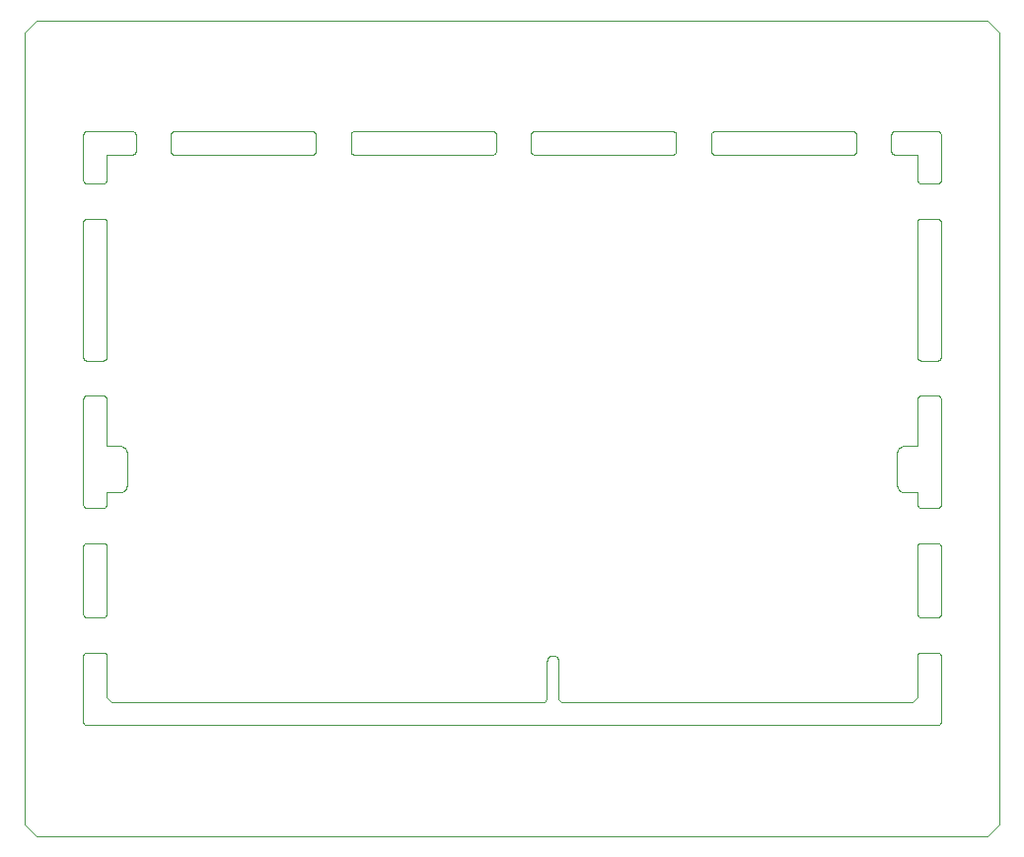
<source format=gm1>
G04 #@! TF.GenerationSoftware,KiCad,Pcbnew,9.0.0*
G04 #@! TF.CreationDate,2025-10-22T11:33:07+02:00*
G04 #@! TF.ProjectId,ecap5-bsom-frame,65636170-352d-4627-936f-6d2d6672616d,rev?*
G04 #@! TF.SameCoordinates,Original*
G04 #@! TF.FileFunction,Profile,NP*
%FSLAX46Y46*%
G04 Gerber Fmt 4.6, Leading zero omitted, Abs format (unit mm)*
G04 Created by KiCad (PCBNEW 9.0.0) date 2025-10-22 11:33:07*
%MOMM*%
%LPD*%
G01*
G04 APERTURE LIST*
G04 #@! TA.AperFunction,Profile*
%ADD10C,0.100000*%
G04 #@! TD*
G04 APERTURE END LIST*
D10*
X111969692Y-74241440D02*
X111984328Y-74240360D01*
X185154716Y-74282539D02*
X185167115Y-74290390D01*
X113501729Y-71222521D02*
X113487795Y-71227124D01*
X185087795Y-74252875D02*
X185101729Y-74257478D01*
X146951388Y-31471292D02*
X146937972Y-31477239D01*
X165626314Y-29645283D02*
X165634165Y-29632884D01*
X181122455Y-31401795D02*
X181112870Y-31390683D01*
X181597406Y-60092099D02*
X181583761Y-60055255D01*
X134696629Y-31341947D02*
X134690031Y-31328838D01*
X113541947Y-64875305D02*
X113554716Y-64882539D01*
X183328707Y-61668838D02*
X183322760Y-61655422D01*
X189297342Y-89999999D02*
X189300577Y-89999920D01*
X146964497Y-31464694D02*
X146951388Y-31471292D01*
X183335305Y-33831947D02*
X183328707Y-33818838D01*
X131420655Y-31494254D02*
X131406196Y-31496763D01*
X113671292Y-49008838D02*
X113664694Y-49021947D01*
X147072159Y-31367115D02*
X147063708Y-31379113D01*
X146989665Y-29550390D02*
X147001663Y-29558841D01*
X111750390Y-71107115D02*
X111742539Y-71094716D01*
X113622544Y-49081795D02*
X113612424Y-49092424D01*
X113590683Y-61772129D02*
X113579113Y-61781158D01*
X113430307Y-49178559D02*
X113415671Y-49179639D01*
X185282521Y-71041729D02*
X185277239Y-71055422D01*
X150145310Y-29684577D02*
X150151257Y-29671161D01*
X151510119Y-74900965D02*
X151512405Y-74890010D01*
X111912204Y-74252875D02*
X111926348Y-74248960D01*
X185044872Y-29503236D02*
X185059331Y-29505745D01*
X183342539Y-64985283D02*
X183350390Y-64972884D01*
X165642616Y-29620886D02*
X165651645Y-29609316D01*
X150348898Y-31491039D02*
X150334754Y-31487124D01*
X151549851Y-74783219D02*
X151556658Y-74769941D01*
X185299639Y-33705671D02*
X185298559Y-33720307D01*
X185015671Y-80499639D02*
X185000987Y-80500000D01*
X151803716Y-74540705D02*
X151817465Y-74534909D01*
X115449589Y-57142167D02*
X115450000Y-57157842D01*
X115138152Y-56595625D02*
X115168907Y-56615597D01*
X162533384Y-31367115D02*
X162524933Y-31379113D01*
X183377455Y-71141795D02*
X183367870Y-71130683D01*
X147087244Y-29658052D02*
X147093842Y-29671161D01*
X183328707Y-71068838D02*
X183322760Y-71055422D01*
X114867916Y-56503790D02*
X114879556Y-56505400D01*
X147116804Y-31259331D02*
X147113589Y-31273651D01*
X131552007Y-31432129D02*
X131540437Y-31441158D01*
X165838902Y-31496763D02*
X165824443Y-31494254D01*
X111701440Y-37259692D02*
X111703236Y-37245127D01*
X183322760Y-71055422D02*
X183317478Y-71041729D01*
X183377455Y-64938204D02*
X183387575Y-64927575D01*
X177745987Y-31500000D02*
X165882787Y-31500000D01*
X113601795Y-37067455D02*
X113612424Y-37077575D01*
X185232129Y-37099316D02*
X185241158Y-37110886D01*
X119200459Y-29784328D02*
X119201539Y-29769692D01*
X185128838Y-33961292D02*
X185115422Y-33967239D01*
X113700000Y-31503681D02*
X113700000Y-33690987D01*
X115064211Y-60443429D02*
X115049737Y-60449424D01*
X111969692Y-64841440D02*
X111984328Y-64840360D01*
X181871674Y-60410297D02*
X181841554Y-60391523D01*
X165795979Y-31487124D02*
X165782045Y-31482521D01*
X111703236Y-74495127D02*
X111705745Y-74480668D01*
X183322760Y-65024577D02*
X183328707Y-65011161D01*
X181871674Y-56589702D02*
X181884740Y-56582010D01*
X185179113Y-37048841D02*
X185190683Y-37057870D01*
X113459331Y-36995745D02*
X113473651Y-36998960D01*
X181203052Y-31464694D02*
X181190283Y-31457460D01*
X111871161Y-71211292D02*
X111858052Y-71204694D01*
X151772064Y-74555395D02*
X151785507Y-74548921D01*
X183445283Y-37032539D02*
X183458052Y-37025305D01*
X185087795Y-37002875D02*
X185101729Y-37007478D01*
X111884577Y-29522760D02*
X111898270Y-29517478D01*
X150200005Y-31401795D02*
X150190420Y-31390683D01*
X152481238Y-74865921D02*
X152484336Y-74876675D01*
X181257204Y-29512875D02*
X181271348Y-29508960D01*
X183398204Y-71162544D02*
X183387575Y-71152424D01*
X111787575Y-64927575D02*
X111798204Y-64917455D01*
X111717478Y-33791729D02*
X111712875Y-33777795D01*
X115172199Y-60382264D02*
X115138152Y-60404374D01*
X183342539Y-49034716D02*
X183335305Y-49021947D01*
X162580538Y-31244872D02*
X162578029Y-31259331D01*
X111703236Y-65095127D02*
X111705745Y-65080668D01*
X113698559Y-70970307D02*
X113696763Y-70984872D01*
X152192876Y-74539168D02*
X152214492Y-74548921D01*
X131528439Y-29550390D02*
X131540437Y-29558841D01*
X165754936Y-31471292D02*
X165741827Y-31464694D01*
X152148464Y-74523003D02*
X152159179Y-74526235D01*
X114879556Y-56505400D02*
X114923529Y-56512364D01*
X119258940Y-29620886D02*
X119267969Y-29609316D01*
X119320985Y-31441158D02*
X119309415Y-31432129D01*
X151518761Y-74865921D02*
X151525751Y-74843261D01*
X111820886Y-52238841D02*
X111832884Y-52230390D01*
X113430307Y-71238559D02*
X113415671Y-71239639D01*
X152026171Y-74501118D02*
X152037352Y-74501607D01*
X111898270Y-80482521D02*
X111884577Y-80477239D01*
X183300000Y-74539012D02*
X183300360Y-74524328D01*
X111728707Y-52351161D02*
X111735305Y-52338052D01*
X111700000Y-74539012D02*
X111700360Y-74524328D01*
X183432884Y-33939609D02*
X183420886Y-33931158D01*
X146910345Y-29512875D02*
X146924279Y-29517478D01*
X134720165Y-31379113D02*
X134711714Y-31367115D01*
X113677239Y-37174577D02*
X113682521Y-37188270D01*
X185222544Y-61741795D02*
X185212424Y-61752424D01*
X147105071Y-31301729D02*
X147099789Y-31315422D01*
X131632616Y-29671161D02*
X131638563Y-29684577D01*
X150377677Y-29503236D02*
X150392242Y-29501440D01*
X134794208Y-31449609D02*
X134782210Y-31441158D01*
X119484427Y-31499639D02*
X119469791Y-31498559D01*
X147080010Y-29645283D02*
X147087244Y-29658052D01*
X134661684Y-31215671D02*
X134661324Y-31200987D01*
X113657460Y-37135283D02*
X113664694Y-37148052D01*
X183432884Y-52230390D02*
X183445283Y-52222539D01*
X131573748Y-31412424D02*
X131563119Y-31422544D01*
X165810123Y-31491039D02*
X165795979Y-31487124D01*
X111884577Y-74262760D02*
X111898270Y-74257478D01*
X116164793Y-29658052D02*
X116171391Y-29671161D01*
X150122910Y-31215671D02*
X150122550Y-31200987D01*
X185282521Y-33791729D02*
X185277239Y-33805422D01*
X113703657Y-31500000D02*
X113701039Y-31500064D01*
X151497413Y-78252585D02*
X151499644Y-78250242D01*
X162328647Y-31496763D02*
X162314082Y-31498559D01*
X185300000Y-70940987D02*
X185299639Y-70955671D01*
X162385504Y-29517478D02*
X162399197Y-29522760D01*
X115444904Y-57070399D02*
X115446209Y-57082077D01*
X165795979Y-29512875D02*
X165810123Y-29508960D01*
X183584328Y-33989639D02*
X183569692Y-33988559D01*
X111700360Y-52464328D02*
X111701440Y-52449692D01*
X185044872Y-61836763D02*
X185030307Y-61838559D01*
X183342539Y-52325283D02*
X183350390Y-52312884D01*
X111700360Y-29784328D02*
X111701440Y-29769692D01*
X113671292Y-33818838D02*
X113664694Y-33831947D01*
X183308960Y-65066348D02*
X183312875Y-65052204D01*
X111858052Y-74275305D02*
X111871161Y-74268707D01*
X182207589Y-60500000D02*
X182192420Y-60499615D01*
X115234782Y-56667129D02*
X115243463Y-56675049D01*
X185101729Y-29517478D02*
X185115422Y-29522760D01*
X183432884Y-74290390D02*
X183445283Y-74282539D01*
X183322760Y-37174577D02*
X183328707Y-37161161D01*
X119455226Y-29503236D02*
X119469791Y-29501440D01*
X185296763Y-37245127D02*
X185298559Y-37259692D01*
X181057875Y-29712204D02*
X181062478Y-29698270D01*
X111700000Y-65139012D02*
X111700360Y-65124328D01*
X177818651Y-31491039D02*
X177804331Y-31494254D01*
X150123990Y-31230307D02*
X150122910Y-31215671D01*
X183300000Y-33690987D02*
X183300000Y-31503681D01*
X116042046Y-29535305D02*
X116054815Y-29542539D01*
X183303236Y-74495127D02*
X183305745Y-74480668D01*
X165585215Y-29769692D02*
X165587011Y-29755127D01*
X114792157Y-60500000D02*
X113703681Y-60500000D01*
X111832884Y-80449609D02*
X111820886Y-80441158D01*
X147093842Y-31328838D02*
X147087244Y-31341947D01*
X113696763Y-65095127D02*
X113698559Y-65109692D01*
X119499111Y-29500000D02*
X131362311Y-29500000D01*
X111884577Y-80477239D02*
X111871161Y-80471292D01*
X113601795Y-71162544D02*
X113590683Y-71172129D01*
X134931016Y-31498559D02*
X134916451Y-31496763D01*
X183398204Y-37067455D02*
X183409316Y-37057870D01*
X113487795Y-61827124D02*
X113473651Y-61831039D01*
X183555127Y-64843236D02*
X183569692Y-64841440D01*
X113459331Y-74245745D02*
X113473651Y-74248960D01*
X111705745Y-52420668D02*
X111708960Y-52406348D01*
X111884577Y-52202760D02*
X111898270Y-52197478D01*
X113487795Y-37002875D02*
X113501729Y-37007478D01*
X131391631Y-29501440D02*
X131406196Y-29503236D01*
X185128838Y-80471292D02*
X185115422Y-80477239D01*
X183540668Y-49174254D02*
X183526348Y-49171039D01*
X115352977Y-60190433D02*
X115344791Y-60203791D01*
X162566296Y-29698270D02*
X162570899Y-29712204D01*
X152487030Y-74887537D02*
X152487594Y-74890010D01*
X162371570Y-29512875D02*
X162385504Y-29517478D01*
X181062478Y-29698270D02*
X181067760Y-29684577D01*
X147013233Y-31432129D02*
X147001663Y-31441158D01*
X185271292Y-49008838D02*
X185264694Y-49021947D01*
X113657460Y-64985283D02*
X113664694Y-64998052D01*
X185141947Y-61804694D02*
X185128838Y-61811292D01*
X181551216Y-59882902D02*
X181550829Y-59867791D01*
X181718999Y-60286313D02*
X181693407Y-60256501D01*
X185299639Y-48895671D02*
X185298559Y-48910307D01*
X183526348Y-64848960D02*
X183540668Y-64845745D01*
X116194353Y-29740668D02*
X116196862Y-29755127D01*
X146852857Y-29501440D02*
X146867422Y-29503236D01*
X111705745Y-80259331D02*
X111703236Y-80244872D01*
X182178345Y-56500825D02*
X183296319Y-56500002D01*
X185101729Y-52197478D02*
X185115422Y-52202760D01*
X151962653Y-74501606D02*
X151973818Y-74500839D01*
X151525751Y-74843261D02*
X151530503Y-74829117D01*
X162385504Y-31482521D02*
X162371570Y-31487124D01*
X181177884Y-31449609D02*
X181165886Y-31441158D01*
X134887672Y-29508960D02*
X134901992Y-29505745D01*
X183328707Y-74411161D02*
X183335305Y-74398052D01*
X151688487Y-74609375D02*
X151700381Y-74600366D01*
X131476746Y-29522760D02*
X131490162Y-29528707D01*
X185059331Y-64845745D02*
X185073651Y-64848960D01*
X183387575Y-52267575D02*
X183398204Y-52257455D01*
X185291039Y-29726348D02*
X185294254Y-29740668D01*
X150220754Y-29577455D02*
X150231866Y-29567870D01*
X115944971Y-29503236D02*
X115959430Y-29505745D01*
X111845283Y-37032539D02*
X111858052Y-37025305D01*
X115304825Y-60258799D02*
X115294650Y-60270712D01*
X183569692Y-64841440D02*
X183584328Y-64840360D01*
X107696414Y-89997413D02*
X107698757Y-89999644D01*
X111820886Y-29558841D02*
X111832884Y-29550390D01*
X111787575Y-71152424D02*
X111777455Y-71141795D01*
X185287124Y-61627795D02*
X185282521Y-61641729D01*
X152322942Y-74618966D02*
X152340723Y-74634657D01*
X177986158Y-31379113D02*
X177977129Y-31390683D01*
X162412613Y-29528707D02*
X162425722Y-29535305D01*
X152502603Y-78252603D02*
X152747396Y-78497396D01*
X185277239Y-48995422D02*
X185271292Y-49008838D01*
X185299639Y-65124328D02*
X185300000Y-65139012D01*
X113590683Y-52247870D02*
X113601795Y-52257455D01*
X181073707Y-31328838D02*
X181067760Y-31315422D01*
X152500000Y-78246342D02*
X152500079Y-78249577D01*
X111750390Y-74372884D02*
X111758841Y-74360886D01*
X189303585Y-20002586D02*
X189301242Y-20000355D01*
X185087795Y-71227124D02*
X185073651Y-71231039D01*
X152299618Y-74600366D02*
X152311512Y-74609375D01*
X183350390Y-52312884D02*
X183358841Y-52300886D01*
X147113589Y-31273651D02*
X147109674Y-31287795D01*
X151633629Y-74660054D02*
X151641292Y-74651897D01*
X115430596Y-60006799D02*
X115427629Y-60018169D01*
X189301242Y-89999644D02*
X189303585Y-89997413D01*
X113487795Y-52192875D02*
X113501729Y-52197478D01*
X113657460Y-49034716D02*
X113649609Y-49047115D01*
X131476746Y-31477239D02*
X131463053Y-31482521D01*
X116028937Y-31471292D02*
X116015521Y-31477239D01*
X134782210Y-31441158D02*
X134770640Y-31432129D01*
X113687124Y-33777795D02*
X113682521Y-33791729D01*
X113699639Y-33705671D02*
X113698559Y-33720307D01*
X115383936Y-56865647D02*
X115400448Y-56902733D01*
X181841554Y-56608476D02*
X181871674Y-56589702D01*
X183387575Y-33902424D02*
X183377455Y-33891795D01*
X162284762Y-29500000D02*
X162299446Y-29500360D01*
X151641292Y-74651897D02*
X151643063Y-74650082D01*
X111845283Y-52222539D02*
X111858052Y-52215305D01*
X185298559Y-80230307D02*
X185296763Y-80244872D01*
X181132575Y-31412424D02*
X181122455Y-31401795D01*
X131540437Y-31441158D02*
X131528439Y-31449609D01*
X183584328Y-52180360D02*
X183599012Y-52180000D01*
X111705745Y-29740668D02*
X111708960Y-29726348D01*
X114946575Y-56516948D02*
X114956799Y-56519403D01*
X183569692Y-49178559D02*
X183555127Y-49176763D01*
X111700360Y-65124328D02*
X111701440Y-65109692D01*
X150255434Y-29550390D02*
X150267833Y-29542539D01*
X162399197Y-29522760D02*
X162412613Y-29528707D01*
X185000987Y-61840000D02*
X183599012Y-61840000D01*
X183584328Y-36990360D02*
X183599012Y-36990000D01*
X113601795Y-74317455D02*
X113612424Y-74327575D01*
X111984328Y-52180360D02*
X111999012Y-52180000D01*
X189303603Y-89997396D02*
X190297396Y-89003603D01*
X177994609Y-29632884D02*
X178002460Y-29645283D01*
X113632129Y-33880683D02*
X113622544Y-33891795D01*
X111940668Y-64845745D02*
X111955127Y-64843236D01*
X185015671Y-52180360D02*
X185030307Y-52181440D01*
X113696763Y-61584872D02*
X113694254Y-61599331D01*
X147116804Y-29740668D02*
X147119313Y-29755127D01*
X150392242Y-31498559D02*
X150377677Y-31496763D01*
X115930406Y-31498559D02*
X115915770Y-31499639D01*
X181686165Y-56752265D02*
X181693407Y-56743498D01*
X111871161Y-61811292D02*
X111858052Y-61804694D01*
X183409316Y-71172129D02*
X183398204Y-71162544D01*
X185212424Y-33902424D02*
X185201795Y-33912544D01*
X183350390Y-61707115D02*
X183342539Y-61694716D01*
X183458052Y-61804694D02*
X183445283Y-61797460D01*
X185271292Y-37161161D02*
X185277239Y-37174577D01*
X177760671Y-29500360D02*
X177775307Y-29501440D01*
X134901992Y-31494254D02*
X134887672Y-31491039D01*
X183298960Y-31500064D02*
X183296342Y-31500000D01*
X113649609Y-64972884D02*
X113657460Y-64985283D01*
X152450148Y-74783219D02*
X152456285Y-74796820D01*
X111871161Y-49151292D02*
X111858052Y-49144694D01*
X185291039Y-52406348D02*
X185294254Y-52420668D01*
X114956799Y-56519403D02*
X114968169Y-56522370D01*
X115368526Y-56835332D02*
X115373543Y-56844573D01*
X113612424Y-49092424D02*
X113601795Y-49102544D01*
X150421562Y-31500000D02*
X150406878Y-31499639D01*
X119217577Y-29698270D02*
X119222859Y-29684577D01*
X119371260Y-31471292D02*
X119358151Y-31464694D01*
X182069233Y-60486317D02*
X182054464Y-60482890D01*
X185222544Y-49081795D02*
X185212424Y-49092424D01*
X183300000Y-70940987D02*
X183300000Y-65139012D01*
X152111177Y-74512899D02*
X152125637Y-74516581D01*
X113601795Y-61762544D02*
X113590683Y-61772129D01*
X152498259Y-74965132D02*
X152499627Y-74992540D01*
X183498270Y-49162521D02*
X183484577Y-49157239D01*
X111955127Y-49176763D02*
X111940668Y-49174254D01*
X113649609Y-33857115D02*
X113641158Y-33869113D01*
X183308960Y-33763651D02*
X183305745Y-33749331D01*
X116067214Y-31449609D02*
X116054815Y-31457460D01*
X150140028Y-29698270D02*
X150145310Y-29684577D01*
X185298559Y-74509692D02*
X185299639Y-74524328D01*
X150421562Y-29500000D02*
X162284762Y-29500000D01*
X185291039Y-71013651D02*
X185287124Y-71027795D01*
X162574814Y-29726348D02*
X162578029Y-29740668D01*
X178036039Y-29726348D02*
X178039254Y-29740668D01*
X162583414Y-31215671D02*
X162582334Y-31230307D01*
X183540668Y-61834254D02*
X183526348Y-61831039D01*
X183358841Y-74360886D02*
X183367870Y-74349316D01*
X181673238Y-60230495D02*
X181666682Y-60221203D01*
X183420886Y-33931158D02*
X183409316Y-33922129D01*
X183305745Y-61599331D02*
X183303236Y-61584872D01*
X183387575Y-61752424D02*
X183377455Y-61741795D01*
X116141257Y-31379113D02*
X116132228Y-31390683D01*
X181271348Y-29508960D02*
X181285668Y-29505745D01*
X183445283Y-52222539D02*
X183458052Y-52215305D01*
X116199738Y-29784328D02*
X116200099Y-29799012D01*
X185212424Y-52267575D02*
X185222544Y-52278204D01*
X162314082Y-31498559D02*
X162299446Y-31499639D01*
X151741660Y-74572519D02*
X151758960Y-74562531D01*
X111722760Y-33805422D02*
X111717478Y-33791729D01*
X185073651Y-61831039D02*
X185059331Y-61834254D01*
X113501729Y-33972521D02*
X113487795Y-33977124D01*
X165853467Y-29501440D02*
X165868103Y-29500360D01*
X152051030Y-74502765D02*
X152062143Y-74504087D01*
X113696763Y-37245127D02*
X113698559Y-37259692D01*
X111777455Y-74338204D02*
X111787575Y-74327575D01*
X113641158Y-74360886D02*
X113649609Y-74372884D01*
X183498270Y-33972521D02*
X183484577Y-33967239D01*
X185101729Y-80482521D02*
X185087795Y-80487124D01*
X114923529Y-56512364D02*
X114935097Y-56514430D01*
X183335305Y-49021947D02*
X183328707Y-49008838D01*
X115378788Y-60144907D02*
X115371312Y-60158675D01*
X113515422Y-71217239D02*
X113501729Y-71222521D01*
X183432884Y-71189609D02*
X183420886Y-71181158D01*
X113400987Y-36990000D02*
X113415671Y-36990360D01*
X111750390Y-61707115D02*
X111742539Y-61694716D01*
X185201795Y-64917455D02*
X185212424Y-64927575D01*
X111700360Y-37274328D02*
X111701440Y-37259692D01*
X113694254Y-70999331D02*
X113691039Y-71013651D01*
X178043559Y-29769692D02*
X178044639Y-29784328D01*
X183409316Y-61772129D02*
X183398204Y-61762544D01*
X183335305Y-37148052D02*
X183342539Y-37135283D01*
X177886947Y-29535305D02*
X177899716Y-29542539D01*
X111955127Y-64843236D02*
X111969692Y-64841440D01*
X113400987Y-49180000D02*
X111999012Y-49180000D01*
X150151257Y-29671161D02*
X150157855Y-29658052D01*
X111955127Y-29503236D02*
X111969692Y-29501440D01*
X165596650Y-31287795D02*
X165592735Y-31273651D01*
X113687124Y-37202204D02*
X113691039Y-37216348D01*
X111969692Y-61838559D02*
X111955127Y-61836763D01*
X185190683Y-49112129D02*
X185179113Y-49121158D01*
X111926348Y-52188960D02*
X111940668Y-52185745D01*
X185299639Y-80215671D02*
X185298559Y-80230307D01*
X115021756Y-56539539D02*
X115032859Y-56543389D01*
X178002460Y-31354716D02*
X177994609Y-31367115D01*
X115251090Y-56682287D02*
X115259453Y-56690541D01*
X183299999Y-31503657D02*
X183299935Y-31501039D01*
X113677239Y-33805422D02*
X113671292Y-33818838D01*
X183358841Y-71119113D02*
X183350390Y-71107115D01*
X134873528Y-29512875D02*
X134887672Y-29508960D01*
X181243270Y-31482521D02*
X181229577Y-31477239D01*
X185059331Y-33984254D02*
X185044872Y-33986763D01*
X113415671Y-71239639D02*
X113400987Y-71240000D01*
X162299446Y-29500360D02*
X162314082Y-29501440D01*
X113487795Y-49167124D02*
X113473651Y-49171039D01*
X115217795Y-60347277D02*
X115208910Y-60354967D01*
X111735305Y-74398052D02*
X111742539Y-74385283D01*
X119267969Y-31390683D02*
X119258940Y-31379113D01*
X115424218Y-60029414D02*
X115411673Y-60068023D01*
X116015521Y-31477239D02*
X116001828Y-31482521D01*
X183322760Y-52364577D02*
X183328707Y-52351161D01*
X150181391Y-31379113D02*
X150172940Y-31367115D01*
X111742539Y-71094716D02*
X111735305Y-71081947D01*
X165661230Y-29598204D02*
X165671350Y-29587575D01*
X181828895Y-60383180D02*
X181816674Y-60374206D01*
X115015502Y-60462566D02*
X115000734Y-60467795D01*
X150135425Y-29712204D02*
X150140028Y-29698270D01*
X113641158Y-37110886D02*
X113649609Y-37122884D01*
X178041763Y-29755127D02*
X178043559Y-29769692D01*
X150128295Y-29740668D02*
X150131510Y-29726348D01*
X178022239Y-29684577D02*
X178027521Y-29698270D01*
X181884740Y-60417989D02*
X181871674Y-60410297D01*
X185257460Y-71094716D02*
X185249609Y-71107115D01*
X111742539Y-49034716D02*
X111735305Y-49021947D01*
X178041763Y-31244872D02*
X178039254Y-31259331D01*
X134667069Y-31259331D02*
X134664560Y-31244872D01*
X119228806Y-31328838D02*
X119222859Y-31315422D01*
X151651025Y-74642218D02*
X151659276Y-74634657D01*
X111832884Y-71189609D02*
X111820886Y-71181158D01*
X151512969Y-74887537D02*
X151515663Y-74876675D01*
X185030307Y-29501440D02*
X185044872Y-29503236D01*
X178044639Y-29784328D02*
X178045000Y-29799012D01*
X185044872Y-80496763D02*
X185030307Y-80498559D01*
X113601795Y-64917455D02*
X113612424Y-64927575D01*
X185222544Y-52278204D02*
X185232129Y-52289316D01*
X183471161Y-74268707D02*
X183484577Y-74262760D01*
X106702586Y-20996414D02*
X106700355Y-20998757D01*
X183301440Y-70970307D02*
X183300360Y-70955671D01*
X113700000Y-37289012D02*
X113700000Y-48880987D01*
X185044872Y-71236763D02*
X185030307Y-71238559D01*
X111940668Y-74245745D02*
X111955127Y-74243236D01*
X185298559Y-70970307D02*
X185296763Y-70984872D01*
X181556058Y-57062858D02*
X181557708Y-57051607D01*
X111926348Y-61831039D02*
X111912204Y-61827124D01*
X134738779Y-29598204D02*
X134748899Y-29587575D01*
X185015671Y-36990360D02*
X185030307Y-36991440D01*
X111871161Y-80471292D02*
X111858052Y-80464694D01*
X116157559Y-31354716D02*
X116149708Y-31367115D01*
X111898270Y-33972521D02*
X111884577Y-33967239D01*
X115208910Y-60354967D02*
X115199730Y-60362302D01*
X115406443Y-60082791D02*
X115400448Y-60097266D01*
X183358841Y-33869113D02*
X183350390Y-33857115D01*
X185073651Y-36998960D02*
X185087795Y-37002875D01*
X111940668Y-33984254D02*
X111926348Y-33981039D01*
X150348898Y-29508960D02*
X150363218Y-29505745D01*
X131490162Y-29528707D02*
X131503271Y-29535305D01*
X177994609Y-31367115D02*
X177986158Y-31379113D01*
X111969692Y-71238559D02*
X111955127Y-71236763D01*
X181679261Y-60238697D02*
X181673238Y-60230495D01*
X165868103Y-29500360D02*
X165882787Y-29500000D01*
X182054464Y-60482890D02*
X182020105Y-60473994D01*
X185277239Y-65024577D02*
X185282521Y-65038270D01*
X131573748Y-29587575D02*
X131583868Y-29598204D01*
X111767870Y-33880683D02*
X111758841Y-33869113D01*
X150307127Y-29522760D02*
X150320820Y-29517478D01*
X111735305Y-29658052D02*
X111742539Y-29645283D01*
X134794208Y-29550390D02*
X134806607Y-29542539D01*
X185179113Y-61781158D02*
X185167115Y-61789609D01*
X183432884Y-61789609D02*
X183420886Y-61781158D01*
X183584328Y-49179639D02*
X183569692Y-49178559D01*
X115449999Y-59842157D02*
X115449589Y-59857832D01*
X111777455Y-29598204D02*
X111787575Y-29587575D01*
X185232129Y-71130683D02*
X185222544Y-71141795D01*
X182872142Y-78499999D02*
X182875377Y-78499920D01*
X147122189Y-31215671D02*
X147121109Y-31230307D01*
X177967544Y-31401795D02*
X177957424Y-31412424D01*
X146823537Y-31500000D02*
X134960336Y-31500000D01*
X152487594Y-74890010D02*
X152489880Y-74900965D01*
X185249609Y-49047115D02*
X185241158Y-49059113D01*
X115973750Y-31491039D02*
X115959430Y-31494254D01*
X185300000Y-48880987D02*
X185299639Y-48895671D01*
X113682521Y-71041729D02*
X113677239Y-71055422D01*
X113696763Y-52435127D02*
X113698559Y-52449692D01*
X185190683Y-33922129D02*
X185179113Y-33931158D01*
X134832485Y-31471292D02*
X134819376Y-31464694D01*
X152497144Y-74950253D02*
X152498259Y-74965132D01*
X111999012Y-80500000D02*
X111984328Y-80499639D01*
X111832884Y-64890390D02*
X111845283Y-64882539D01*
X165671350Y-29587575D02*
X165681979Y-29577455D01*
X183584328Y-74240360D02*
X183599012Y-74240000D01*
X113632129Y-37099316D02*
X113641158Y-37110886D01*
X185059331Y-61834254D02*
X185044872Y-61836763D01*
X185179113Y-49121158D02*
X185167115Y-49129609D01*
X183432884Y-64890390D02*
X183445283Y-64882539D01*
X131376995Y-31499639D02*
X131362311Y-31500000D01*
X185257460Y-49034716D02*
X185249609Y-49047115D01*
X111871161Y-37018707D02*
X111884577Y-37012760D01*
X113657460Y-33844716D02*
X113649609Y-33857115D01*
X113700000Y-65139012D02*
X113700000Y-70940987D01*
X113687124Y-52392204D02*
X113691039Y-52406348D01*
X183599012Y-52180000D02*
X185000987Y-52180000D01*
X185294254Y-61599331D02*
X185291039Y-61613651D01*
X185294254Y-29740668D02*
X185296763Y-29755127D01*
X185241158Y-37110886D02*
X185249609Y-37122884D01*
X185241158Y-74360886D02*
X185249609Y-74372884D01*
X131610933Y-29632884D02*
X131618784Y-29645283D01*
X162541235Y-29645283D02*
X162548469Y-29658052D01*
X116171391Y-29671161D02*
X116177338Y-29684577D01*
X151758960Y-74562531D02*
X151772064Y-74555395D01*
X116149708Y-29632884D02*
X116157559Y-29645283D01*
X181073707Y-29671161D02*
X181080305Y-29658052D01*
X115385532Y-60130766D02*
X115378788Y-60144907D01*
X162548469Y-31341947D02*
X162541235Y-31354716D01*
X116090782Y-31432129D02*
X116079212Y-31441158D01*
X183312875Y-37202204D02*
X183317478Y-37188270D01*
X185294254Y-48939331D02*
X185291039Y-48953651D01*
X114121614Y-78497413D02*
X114123957Y-78499644D01*
X183335305Y-74398052D02*
X183342539Y-74385283D01*
X183445283Y-74282539D02*
X183458052Y-74275305D01*
X111777455Y-80401795D02*
X111767870Y-80390683D01*
X185030307Y-80498559D02*
X185015671Y-80499639D01*
X113691039Y-61613651D02*
X113687124Y-61627795D01*
X185154716Y-71197460D02*
X185141947Y-71204694D01*
X181190283Y-31457460D02*
X181177884Y-31449609D01*
X111708960Y-33763651D02*
X111705745Y-33749331D01*
X115124794Y-56587439D02*
X115138152Y-56595625D01*
X162561014Y-31315422D02*
X162555067Y-31328838D01*
X185232129Y-52289316D02*
X185241158Y-52300886D01*
X111735305Y-33831947D02*
X111728707Y-33818838D01*
X113590683Y-71172129D02*
X113579113Y-71181158D01*
X111984328Y-71239639D02*
X111969692Y-71238559D01*
X113694254Y-37230668D02*
X113696763Y-37245127D01*
X111809316Y-37057870D02*
X111820886Y-37048841D01*
X162578029Y-29740668D02*
X162580538Y-29755127D01*
X111845283Y-64882539D02*
X111858052Y-64875305D01*
X152469496Y-74829117D02*
X152474248Y-74843261D01*
X151535954Y-74815227D02*
X151543714Y-74796820D01*
X116187223Y-31287795D02*
X116182620Y-31301729D01*
X185015671Y-74240360D02*
X185030307Y-74241440D01*
X113590683Y-64907870D02*
X113601795Y-64917455D01*
X181739884Y-56691715D02*
X181765608Y-56667263D01*
X113554716Y-49137460D02*
X113541947Y-49144694D01*
X151500372Y-74992540D02*
X151501740Y-74965132D01*
X185299639Y-74524328D02*
X185300000Y-74539012D01*
X181550002Y-57157635D02*
X181550386Y-57142374D01*
X111999012Y-49180000D02*
X111984328Y-49179639D01*
X185264694Y-37148052D02*
X185271292Y-37161161D01*
X183569692Y-52181440D02*
X183584328Y-52180360D01*
X113702603Y-78078403D02*
X114121596Y-78497396D01*
X113622544Y-33891795D02*
X113612424Y-33902424D01*
X181596445Y-56910305D02*
X181611940Y-56874199D01*
X183367870Y-49070683D02*
X183358841Y-49059113D01*
X185241158Y-80379113D02*
X185232129Y-80390683D01*
X119201539Y-29769692D02*
X119203335Y-29755127D01*
X185154716Y-49137460D02*
X185141947Y-49144694D01*
X183305745Y-48939331D02*
X183303236Y-48924872D01*
X181271348Y-31491039D02*
X181257204Y-31487124D01*
X150122910Y-29784328D02*
X150123990Y-29769692D01*
X185277239Y-37174577D02*
X185282521Y-37188270D01*
X113694254Y-65080668D02*
X113696763Y-65095127D01*
X183458052Y-33954694D02*
X183445283Y-33947460D01*
X131593453Y-31390683D02*
X131583868Y-31401795D01*
X185115422Y-74262760D02*
X185128838Y-74268707D01*
X116132228Y-31390683D02*
X116122643Y-31401795D01*
X111999012Y-74240000D02*
X113400987Y-74240000D01*
X182084157Y-60488992D02*
X182069233Y-60486317D01*
X183512204Y-33977124D02*
X183498270Y-33972521D01*
X115194248Y-56634008D02*
X115225797Y-56659556D01*
X111912204Y-71227124D02*
X111898270Y-71222521D01*
X119358151Y-31464694D02*
X119345382Y-31457460D01*
X134759528Y-29577455D02*
X134770640Y-29567870D01*
X185190683Y-74307870D02*
X185201795Y-74317455D01*
X116079212Y-29558841D02*
X116090782Y-29567870D01*
X150320820Y-29517478D02*
X150334754Y-29512875D01*
X111701440Y-74509692D02*
X111703236Y-74495127D01*
X183540668Y-64845745D02*
X183555127Y-64843236D01*
X178022239Y-31315422D02*
X178016292Y-31328838D01*
X185296763Y-65095127D02*
X185298559Y-65109692D01*
X185257460Y-61694716D02*
X185249609Y-61707115D01*
X183409316Y-52247870D02*
X183420886Y-52238841D01*
X183296318Y-60500000D02*
X182207589Y-60500000D01*
X147093842Y-29671161D02*
X147099789Y-29684577D01*
X147105071Y-29698270D02*
X147109674Y-29712204D01*
X114867900Y-60496030D02*
X114852281Y-60497259D01*
X162533384Y-29632884D02*
X162541235Y-29645283D01*
X113590683Y-74307870D02*
X113601795Y-74317455D01*
X182058072Y-56515877D02*
X182069196Y-56513517D01*
X181300127Y-31496763D02*
X181285668Y-31494254D01*
X183308960Y-71013651D02*
X183305745Y-70999331D01*
X152258339Y-74572519D02*
X152271071Y-74580299D01*
X119277554Y-29598204D02*
X119287674Y-29587575D01*
X150200005Y-29598204D02*
X150210125Y-29587575D01*
X183303236Y-37245127D02*
X183305745Y-37230668D01*
X152398269Y-74698322D02*
X152406979Y-74710437D01*
X111787575Y-52267575D02*
X111798204Y-52257455D01*
X181788608Y-56647517D02*
X181816674Y-56625793D01*
X152062143Y-74504087D02*
X152073198Y-74505824D01*
X119200459Y-31215671D02*
X119200099Y-31200987D01*
X185282521Y-80301729D02*
X185277239Y-80315422D01*
X185298559Y-33720307D02*
X185296763Y-33734872D01*
X189300577Y-20000079D02*
X189297342Y-20000000D01*
X131659883Y-29769692D02*
X131660963Y-29784328D01*
X111940668Y-80494254D02*
X111926348Y-80491039D01*
X111858052Y-61804694D02*
X111845283Y-61797460D01*
X113528838Y-71211292D02*
X113515422Y-71217239D01*
X113501729Y-74257478D02*
X113515422Y-74262760D01*
X111787575Y-33902424D02*
X111777455Y-33891795D01*
X181329328Y-31499639D02*
X181314692Y-31498559D01*
X119426447Y-31491039D02*
X119412303Y-31487124D01*
X152169765Y-74529865D02*
X152172148Y-74530733D01*
X162583414Y-29784328D02*
X162583775Y-29799012D01*
X115181926Y-60375672D02*
X115172199Y-60382264D01*
X181300127Y-29503236D02*
X181314692Y-29501440D01*
X185154716Y-61797460D02*
X185141947Y-61804694D01*
X162583775Y-31200987D02*
X162583414Y-31215671D01*
X115294650Y-60270712D02*
X115270113Y-60297964D01*
X114979414Y-56525781D02*
X115021756Y-56539539D01*
X111884577Y-64862760D02*
X111898270Y-64857478D01*
X113601795Y-33912544D02*
X113590683Y-33922129D01*
X183471161Y-52208707D02*
X183484577Y-52202760D01*
X183301440Y-65109692D02*
X183303236Y-65095127D01*
X185101729Y-74257478D02*
X185115422Y-74262760D01*
X113567115Y-52230390D02*
X113579113Y-52238841D01*
X113528838Y-64868707D02*
X113541947Y-64875305D01*
X113703679Y-56500002D02*
X114822378Y-56500881D01*
X185115422Y-61817239D02*
X185101729Y-61822521D01*
X185264694Y-80341947D02*
X185257460Y-80354716D01*
X111820886Y-64898841D02*
X111832884Y-64890390D01*
X183300000Y-56496319D02*
X183300000Y-52479012D01*
X111984328Y-64840360D02*
X111999012Y-64840000D01*
X150140028Y-31301729D02*
X150135425Y-31287795D01*
X151850422Y-74523444D02*
X151864680Y-74519046D01*
X181552364Y-59897974D02*
X181551216Y-59882902D01*
X181095390Y-31367115D02*
X181087539Y-31354716D01*
X113664694Y-52338052D02*
X113671292Y-52351161D01*
X111809316Y-49112129D02*
X111798204Y-49102544D01*
X151501740Y-74965132D02*
X151502855Y-74950253D01*
X151864680Y-74519046D02*
X151879140Y-74515364D01*
X111742539Y-37135283D02*
X111750390Y-37122884D01*
X181067760Y-29684577D02*
X181073707Y-29671161D01*
X113541947Y-49144694D02*
X113528838Y-49151292D01*
X106700355Y-89001242D02*
X106702586Y-89003585D01*
X111722760Y-71055422D02*
X111717478Y-71041729D01*
X185167115Y-80449609D02*
X185154716Y-80457460D01*
X111912204Y-33977124D02*
X111898270Y-33972521D01*
X115138152Y-60404374D02*
X115124794Y-60412560D01*
X152406979Y-74710437D02*
X152418232Y-74726942D01*
X165782045Y-31482521D02*
X165768352Y-31477239D01*
X146964497Y-29535305D02*
X146977266Y-29542539D01*
X177977129Y-31390683D02*
X177967544Y-31401795D01*
X183312875Y-74452204D02*
X183317478Y-74438270D01*
X185128838Y-49151292D02*
X185115422Y-49157239D01*
X183445283Y-71197460D02*
X183432884Y-71189609D01*
X113473651Y-36998960D02*
X113487795Y-37002875D01*
X147087244Y-31341947D02*
X147080010Y-31354716D01*
X185115422Y-80477239D02*
X185101729Y-80482521D01*
X185294254Y-70999331D02*
X185291039Y-71013651D01*
X111955127Y-36993236D02*
X111969692Y-36991440D01*
X183471161Y-71211292D02*
X183458052Y-71204694D01*
X177745987Y-29500000D02*
X177760671Y-29500360D01*
X111708960Y-48953651D02*
X111705745Y-48939331D01*
X119320985Y-29558841D02*
X119332983Y-29550390D01*
X182876042Y-78499644D02*
X182878385Y-78497413D01*
X111708960Y-74466348D02*
X111712875Y-74452204D01*
X111858052Y-52215305D02*
X111871161Y-52208707D01*
X185271292Y-65011161D02*
X185277239Y-65024577D01*
X181132575Y-29587575D02*
X181143204Y-29577455D01*
X115959430Y-29505745D02*
X115973750Y-29508960D01*
X152456285Y-74796820D02*
X152464045Y-74815227D01*
X165741827Y-29535305D02*
X165754936Y-29528707D01*
X113641158Y-33869113D02*
X113632129Y-33880683D01*
X183322760Y-74424577D02*
X183328707Y-74411161D01*
X181080305Y-29658052D02*
X181087539Y-29645283D01*
X134806607Y-31457460D02*
X134794208Y-31449609D01*
X151543714Y-74796820D02*
X151549851Y-74783219D01*
X134770640Y-31432129D02*
X134759528Y-31422544D01*
X185179113Y-33931158D02*
X185167115Y-33939609D01*
X113649609Y-74372884D02*
X113657460Y-74385283D01*
X165882787Y-31500000D02*
X165868103Y-31499639D01*
X111926348Y-71231039D02*
X111912204Y-71227124D01*
X183420886Y-61781158D02*
X183409316Y-61772129D01*
X113459331Y-52185745D02*
X113473651Y-52188960D01*
X113541947Y-74275305D02*
X113554716Y-74282539D01*
X113515422Y-49157239D02*
X113501729Y-49162521D01*
X113400987Y-33990000D02*
X111999012Y-33990000D01*
X111712875Y-71027795D02*
X111708960Y-71013651D01*
X178016292Y-31328838D02*
X178009694Y-31341947D01*
X181666682Y-60221203D02*
X181660485Y-60211668D01*
X185282521Y-48981729D02*
X185277239Y-48995422D01*
X119242638Y-31354716D02*
X119235404Y-31341947D01*
X115259328Y-60309328D02*
X115247964Y-60320113D01*
X177899716Y-29542539D02*
X177912115Y-29550390D01*
X181729163Y-56702436D02*
X181739884Y-56691715D01*
X113415671Y-64840360D02*
X113430307Y-64841440D01*
X146867422Y-31496763D02*
X146852857Y-31498559D01*
X119222859Y-31315422D02*
X119217577Y-31301729D01*
X165596650Y-29712204D02*
X165601253Y-29698270D01*
X113415671Y-36990360D02*
X113430307Y-36991440D01*
X181776858Y-56657099D02*
X181788608Y-56647517D01*
X113612424Y-74327575D02*
X113622544Y-74338204D01*
X183317478Y-37188270D02*
X183322760Y-37174577D01*
X131420655Y-29505745D02*
X131434975Y-29508960D01*
X183569692Y-61838559D02*
X183555127Y-61836763D01*
X190299999Y-21002657D02*
X190299920Y-20999422D01*
X177860422Y-31477239D02*
X177846729Y-31482521D01*
X113554716Y-74282539D02*
X113567115Y-74290390D01*
X152373723Y-74668491D02*
X152388966Y-74686656D01*
X111700000Y-61540987D02*
X111700000Y-52479012D01*
X185212424Y-80412424D02*
X185201795Y-80422544D01*
X111708960Y-65066348D02*
X111712875Y-65052204D01*
X177846729Y-29517478D02*
X177860422Y-29522760D01*
X131362311Y-29500000D02*
X131376995Y-29500360D01*
X185044872Y-36993236D02*
X185059331Y-36995745D01*
X113698559Y-52449692D02*
X113699639Y-52464328D01*
X181828895Y-56616819D02*
X181841554Y-56608476D01*
X181686165Y-60247734D02*
X181679261Y-60238697D01*
X147034974Y-29587575D02*
X147045094Y-29598204D01*
X185300000Y-29799012D02*
X185300000Y-33690987D01*
X183322760Y-48995422D02*
X183317478Y-48981729D01*
X111969692Y-52181440D02*
X111984328Y-52180360D01*
X185232129Y-64949316D02*
X185241158Y-64960886D01*
X113682521Y-33791729D02*
X113677239Y-33805422D01*
X185059331Y-74245745D02*
X185073651Y-74248960D01*
X185073651Y-71231039D02*
X185059331Y-71234254D01*
X185222544Y-29598204D02*
X185232129Y-29609316D01*
X165671350Y-31412424D02*
X165661230Y-31401795D01*
X111700000Y-37289012D02*
X111700360Y-37274328D01*
X150190420Y-31390683D02*
X150181391Y-31379113D01*
X113459331Y-49174254D02*
X113444872Y-49176763D01*
X131490162Y-31471292D02*
X131476746Y-31477239D01*
X177986158Y-29620886D02*
X177994609Y-29632884D01*
X111735305Y-64998052D02*
X111742539Y-64985283D01*
X181957900Y-60452593D02*
X181943820Y-60446969D01*
X185154716Y-64882539D02*
X185167115Y-64890390D01*
X111777455Y-64938204D02*
X111787575Y-64927575D01*
X146838221Y-29500360D02*
X146852857Y-29501440D01*
X134674199Y-29712204D02*
X134678802Y-29698270D01*
X162515904Y-31390683D02*
X162506319Y-31401795D01*
X113554716Y-37032539D02*
X113567115Y-37040390D01*
X183300000Y-78072118D02*
X183300000Y-74539012D01*
X185141947Y-33954694D02*
X185128838Y-33961292D01*
X111787575Y-61752424D02*
X111777455Y-61741795D01*
X115944971Y-31496763D02*
X115930406Y-31498559D01*
X131626018Y-31341947D02*
X131618784Y-31354716D01*
X185073651Y-80491039D02*
X185059331Y-80494254D01*
X119242638Y-29645283D02*
X119250489Y-29632884D01*
X111926348Y-64848960D02*
X111940668Y-64845745D01*
X111820886Y-33931158D02*
X111809316Y-33922129D01*
X185190683Y-29567870D02*
X185201795Y-29577455D01*
X111884577Y-61817239D02*
X111871161Y-61811292D01*
X111722760Y-29684577D02*
X111728707Y-29671161D01*
X165592735Y-29726348D02*
X165596650Y-29712204D01*
X185298559Y-29769692D02*
X185299639Y-29784328D01*
X147119313Y-31244872D02*
X147116804Y-31259331D01*
X152489880Y-74900965D02*
X152491755Y-74911999D01*
X131638563Y-29684577D02*
X131643845Y-29698270D01*
X111999012Y-36990000D02*
X113400987Y-36990000D01*
X116079212Y-31441158D02*
X116067214Y-31449609D01*
X134916451Y-31496763D02*
X134901992Y-31494254D01*
X181616622Y-56863836D02*
X181621694Y-56853658D01*
X115930406Y-29501440D02*
X115944971Y-29503236D01*
X183584328Y-61839639D02*
X183569692Y-61838559D01*
X119212974Y-31287795D02*
X119209059Y-31273651D01*
X111984328Y-74240360D02*
X111999012Y-74240000D01*
X182122993Y-56505057D02*
X182134265Y-56503549D01*
X113632129Y-71130683D02*
X113622544Y-71141795D01*
X185232129Y-29609316D02*
X185241158Y-29620886D01*
X119228806Y-29671161D02*
X119235404Y-29658052D01*
X185179113Y-64898841D02*
X185190683Y-64907870D01*
X165601253Y-29698270D02*
X165606535Y-29684577D01*
X131638563Y-31315422D02*
X131632616Y-31328838D01*
X147109674Y-31287795D02*
X147105071Y-31301729D01*
X131503271Y-31464694D02*
X131490162Y-31471292D01*
X115064281Y-56556405D02*
X115074854Y-56561533D01*
X113700000Y-61540987D02*
X113699639Y-61555671D01*
X115406443Y-56917208D02*
X115411673Y-56931976D01*
X183445283Y-33947460D02*
X183432884Y-33939609D01*
X113444872Y-64843236D02*
X113459331Y-64845745D01*
X152426327Y-74739476D02*
X152433788Y-74752398D01*
X111999012Y-33990000D02*
X111984328Y-33989639D01*
X113601795Y-52257455D02*
X113612424Y-52267575D01*
X146881881Y-31494254D02*
X146867422Y-31496763D01*
X183300360Y-61555671D02*
X183300000Y-61540987D01*
X111777455Y-52278204D02*
X111787575Y-52267575D01*
X119277554Y-31401795D02*
X119267969Y-31390683D01*
X151499920Y-78249577D02*
X151499999Y-78246342D01*
X119203335Y-29755127D02*
X119205844Y-29740668D01*
X113696763Y-70984872D02*
X113694254Y-70999331D01*
X113430307Y-64841440D02*
X113444872Y-64843236D01*
X116198658Y-31230307D02*
X116196862Y-31244872D01*
X181554772Y-57072953D02*
X181556058Y-57062858D01*
X165583775Y-31200987D02*
X165583775Y-29799012D01*
X134661684Y-29784328D02*
X134662764Y-29769692D01*
X177832795Y-29512875D02*
X177846729Y-29517478D01*
X185249609Y-61707115D02*
X185241158Y-61719113D01*
X119205844Y-31259331D02*
X119203335Y-31244872D01*
X150165089Y-31354716D02*
X150157855Y-31341947D01*
X131643845Y-31301729D02*
X131638563Y-31315422D01*
X113415671Y-33989639D02*
X113400987Y-33990000D01*
X111708960Y-71013651D02*
X111705745Y-70999331D01*
X111750390Y-33857115D02*
X111742539Y-33844716D01*
X185087795Y-29512875D02*
X185101729Y-29517478D01*
X111728707Y-33818838D02*
X111722760Y-33805422D01*
X185241158Y-49059113D02*
X185232129Y-49070683D01*
X134738779Y-31401795D02*
X134729194Y-31390683D01*
X111912204Y-80487124D02*
X111898270Y-80482521D01*
X113664694Y-61681947D02*
X113657460Y-61694716D01*
X134711714Y-29632884D02*
X134720165Y-29620886D01*
X113541947Y-71204694D02*
X113528838Y-71211292D01*
X113459331Y-61834254D02*
X113444872Y-61836763D01*
X111717478Y-65038270D02*
X111722760Y-65024577D01*
X181673238Y-56769504D02*
X181679261Y-56761302D01*
X113699639Y-37274328D02*
X113700000Y-37289012D01*
X185000987Y-80500000D02*
X111999012Y-80500000D01*
X185241158Y-33869113D02*
X185232129Y-33880683D01*
X185296763Y-70984872D02*
X185294254Y-70999331D01*
X134887672Y-31491039D02*
X134873528Y-31487124D01*
X111777455Y-61741795D02*
X111767870Y-61730683D01*
X113590683Y-37057870D02*
X113601795Y-37067455D01*
X183305745Y-74480668D02*
X183308960Y-74466348D01*
X181609360Y-60119956D02*
X181603030Y-60106179D01*
X115259453Y-56690541D02*
X115267486Y-56699118D01*
X185291039Y-48953651D02*
X185287124Y-48967795D01*
X185282521Y-52378270D02*
X185287124Y-52392204D01*
X185073651Y-64848960D02*
X185087795Y-64852875D01*
X183498270Y-64857478D02*
X183512204Y-64852875D01*
X181053960Y-31273651D02*
X181050745Y-31259331D01*
X150135425Y-31287795D02*
X150131510Y-31273651D01*
X111926348Y-74248960D02*
X111940668Y-74245745D01*
X185167115Y-37040390D02*
X185179113Y-37048841D01*
X113691039Y-52406348D02*
X113694254Y-52420668D01*
X116132228Y-29609316D02*
X116141257Y-29620886D01*
X134667069Y-29740668D02*
X134670284Y-29726348D01*
X119345382Y-31457460D02*
X119332983Y-31449609D01*
X185115422Y-49157239D02*
X185101729Y-49162521D01*
X113415671Y-49179639D02*
X113400987Y-49180000D01*
X114807832Y-60499589D02*
X114792157Y-60500000D01*
X111767870Y-61730683D02*
X111758841Y-61719113D01*
X113567115Y-37040390D02*
X113579113Y-37048841D01*
X111798204Y-74317455D02*
X111809316Y-74307870D01*
X162371570Y-31487124D02*
X162357426Y-31491039D01*
X181344012Y-29500000D02*
X185000987Y-29500000D01*
X111798204Y-71162544D02*
X111787575Y-71152424D01*
X113541947Y-61804694D02*
X113528838Y-61811292D01*
X134819376Y-31464694D02*
X134806607Y-31457460D01*
X181550829Y-59867791D02*
X181550002Y-57157635D01*
X150231866Y-31432129D02*
X150220754Y-31422544D01*
X185264694Y-64998052D02*
X185271292Y-65011161D01*
X185015671Y-49179639D02*
X185000987Y-49180000D01*
X162561014Y-29684577D02*
X162566296Y-29698270D01*
X147045094Y-31401795D02*
X147034974Y-31412424D01*
X113671292Y-52351161D02*
X113677239Y-52364577D01*
X111898270Y-52197478D02*
X111912204Y-52192875D01*
X147119313Y-29755127D02*
X147121109Y-29769692D01*
X151987537Y-74500364D02*
X151998728Y-74500434D01*
X113590683Y-49112129D02*
X113579113Y-49121158D01*
X185141947Y-37025305D02*
X185154716Y-37032539D01*
X185294254Y-33749331D02*
X185291039Y-33763651D01*
X113664694Y-37148052D02*
X113671292Y-37161161D01*
X113444872Y-49176763D02*
X113430307Y-49178559D01*
X131652363Y-31273651D02*
X131648448Y-31287795D01*
X185296763Y-33734872D02*
X185294254Y-33749331D01*
X111798204Y-61762544D02*
X111787575Y-61752424D01*
X150255434Y-31449609D02*
X150243436Y-31441158D01*
X183300360Y-33705671D02*
X183300000Y-33690987D01*
X111742539Y-33844716D02*
X111735305Y-33831947D01*
X165634165Y-29632884D02*
X165642616Y-29620886D01*
X183498270Y-52197478D02*
X183512204Y-52192875D01*
X146977266Y-31457460D02*
X146964497Y-31464694D01*
X183398204Y-74317455D02*
X183409316Y-74307870D01*
X178039254Y-29740668D02*
X178041763Y-29755127D01*
X177957424Y-29587575D02*
X177967544Y-29598204D01*
X131618784Y-29645283D02*
X131626018Y-29658052D01*
X134729194Y-29609316D02*
X134738779Y-29598204D01*
X177886947Y-31464694D02*
X177873838Y-31471292D01*
X147072159Y-29632884D02*
X147080010Y-29645283D01*
X177873838Y-29528707D02*
X177886947Y-29535305D01*
X190299644Y-20998757D02*
X190297413Y-20996414D01*
X114968169Y-56522370D02*
X114979414Y-56525781D01*
X113459331Y-64845745D02*
X113473651Y-64848960D01*
X165868103Y-31499639D02*
X165853467Y-31498559D01*
X150334754Y-31487124D02*
X150320820Y-31482521D01*
X119398369Y-31482521D02*
X119384676Y-31477239D01*
X111705745Y-70999331D02*
X111703236Y-70984872D01*
X111884577Y-71217239D02*
X111871161Y-71211292D01*
X183599012Y-36990000D02*
X185000987Y-36990000D01*
X106700000Y-21002681D02*
X106700000Y-88997318D01*
X147013233Y-29567870D02*
X147024345Y-29577455D01*
X111858052Y-37025305D02*
X111871161Y-37018707D01*
X183296318Y-31500000D02*
X181344012Y-31500000D01*
X113700000Y-52479012D02*
X113700000Y-56496320D01*
X113687124Y-61627795D02*
X113682521Y-61641729D01*
X151500000Y-75007469D02*
X151500372Y-74992540D01*
X134960336Y-29500000D02*
X146823537Y-29500000D01*
X119412303Y-29512875D02*
X119426447Y-29508960D01*
X111701440Y-33720307D02*
X111700360Y-33705671D01*
X116196862Y-29755127D02*
X116198658Y-29769692D01*
X183540668Y-52185745D02*
X183555127Y-52183236D01*
X150267833Y-29542539D02*
X150280602Y-29535305D01*
X185015671Y-71239639D02*
X185000987Y-71240000D01*
X162496199Y-31412424D02*
X162485570Y-31422544D01*
X134684084Y-31315422D02*
X134678802Y-31301729D01*
X165651645Y-29609316D02*
X165661230Y-29598204D01*
X111809316Y-33922129D02*
X111798204Y-33912544D01*
X131434975Y-29508960D02*
X131449119Y-29512875D01*
X165589520Y-31259331D02*
X165587011Y-31244872D01*
X185201795Y-61762544D02*
X185190683Y-61772129D01*
X178027521Y-29698270D02*
X178032124Y-29712204D01*
X183599012Y-49180000D02*
X183584328Y-49179639D01*
X185282521Y-37188270D02*
X185287124Y-37202204D01*
X181550386Y-57142374D02*
X181552758Y-57095603D01*
X185115422Y-33967239D02*
X185101729Y-33972521D01*
X165606535Y-29684577D02*
X165612482Y-29671161D01*
X152348974Y-74642218D02*
X152356936Y-74650082D01*
X181788608Y-60352482D02*
X181776858Y-60342900D01*
X177924113Y-29558841D02*
X177935683Y-29567870D01*
X181045000Y-31200987D02*
X181045000Y-29799012D01*
X151976351Y-74500713D02*
X151987537Y-74500364D01*
X178009694Y-31341947D02*
X178002460Y-31354716D01*
X146989665Y-31449609D02*
X146977266Y-31457460D01*
X134664560Y-29755127D02*
X134667069Y-29740668D01*
X183300360Y-52464328D02*
X183301440Y-52449692D01*
X111809316Y-64907870D02*
X111820886Y-64898841D01*
X181624991Y-60151820D02*
X181609360Y-60119956D01*
X147001663Y-29558841D02*
X147013233Y-29567870D01*
X114935057Y-60485394D02*
X114919652Y-60488249D01*
X150210125Y-31412424D02*
X150200005Y-31401795D01*
X111700000Y-48880987D02*
X111700000Y-37289012D01*
X111701440Y-61570307D02*
X111700360Y-61555671D01*
X111750390Y-29632884D02*
X111758841Y-29620886D01*
X183367870Y-64949316D02*
X183377455Y-64938204D01*
X185000987Y-71240000D02*
X183599012Y-71240000D01*
X111969692Y-80498559D02*
X111955127Y-80496763D01*
X134806607Y-29542539D02*
X134819376Y-29535305D01*
X183300000Y-52479012D02*
X183300360Y-52464328D01*
X177818651Y-29508960D02*
X177832795Y-29512875D01*
X113698559Y-65109692D02*
X113699639Y-65124328D01*
X162343106Y-29505745D02*
X162357426Y-29508960D01*
X162582334Y-31230307D02*
X162580538Y-31244872D01*
X177912115Y-29550390D02*
X177924113Y-29558841D01*
X185190683Y-52247870D02*
X185201795Y-52257455D01*
X181046440Y-29769692D02*
X181048236Y-29755127D01*
X113567115Y-61789609D02*
X113554716Y-61797460D01*
X146951388Y-29528707D02*
X146964497Y-29535305D01*
X185015671Y-61839639D02*
X185000987Y-61840000D01*
X185030307Y-64841440D02*
X185044872Y-64843236D01*
X115049737Y-60449424D02*
X115015502Y-60462566D01*
X150181391Y-29620886D02*
X150190420Y-29609316D01*
X113700000Y-70940987D02*
X113699639Y-70955671D01*
X111717478Y-37188270D02*
X111722760Y-37174577D01*
X113691039Y-48953651D02*
X113687124Y-48967795D01*
X150165089Y-29645283D02*
X150172940Y-29632884D01*
X113700355Y-78076042D02*
X113702586Y-78078385D01*
X146852857Y-31498559D02*
X146838221Y-31499639D01*
X183526348Y-49171039D02*
X183512204Y-49167124D01*
X111712875Y-48967795D02*
X111708960Y-48953651D01*
X181884740Y-56582010D02*
X181898179Y-56574991D01*
X115443985Y-59933433D02*
X115437635Y-59973529D01*
X181243270Y-29517478D02*
X181257204Y-29512875D01*
X111798204Y-49102544D02*
X111787575Y-49092424D01*
X162506319Y-29598204D02*
X162515904Y-29609316D01*
X181122455Y-29598204D02*
X181132575Y-29587575D01*
X185154716Y-37032539D02*
X185167115Y-37040390D01*
X165681979Y-31422544D02*
X165671350Y-31412424D01*
X113700064Y-60501039D02*
X113700000Y-60503657D01*
X119332983Y-31449609D02*
X119320985Y-31441158D01*
X185201795Y-37067455D02*
X185212424Y-37077575D01*
X134931016Y-29501440D02*
X134945652Y-29500360D01*
X183498270Y-71222521D02*
X183484577Y-71217239D01*
X183458052Y-64875305D02*
X183471161Y-64868707D01*
X134916451Y-29503236D02*
X134931016Y-29501440D01*
X115373543Y-56844573D02*
X115378946Y-56855008D01*
X113567115Y-71189609D02*
X113554716Y-71197460D01*
X185241158Y-64960886D02*
X185249609Y-64972884D01*
X150172940Y-29632884D02*
X150181391Y-29620886D01*
X178036039Y-31273651D02*
X178032124Y-31287795D01*
X111717478Y-71041729D02*
X111712875Y-71027795D01*
X134674199Y-31287795D02*
X134670284Y-31273651D01*
X113687124Y-65052204D02*
X113691039Y-65066348D01*
X162299446Y-31499639D02*
X162284762Y-31500000D01*
X162548469Y-29658052D02*
X162555067Y-29671161D01*
X113487795Y-71227124D02*
X113473651Y-71231039D01*
X113501729Y-49162521D02*
X113487795Y-49167124D01*
X150293711Y-29528707D02*
X150307127Y-29522760D01*
X183599012Y-71240000D02*
X183584328Y-71239639D01*
X115431112Y-56997107D02*
X115439552Y-57036817D01*
X183300000Y-61540987D02*
X183300000Y-60503681D01*
X185282521Y-29698270D02*
X185287124Y-29712204D01*
X131602482Y-31379113D02*
X131593453Y-31390683D01*
X111820886Y-74298841D02*
X111832884Y-74290390D01*
X182167086Y-56501046D02*
X182178345Y-56500825D01*
X185044872Y-33986763D02*
X185030307Y-33988559D01*
X111845283Y-33947460D02*
X111832884Y-33939609D01*
X182069196Y-56513517D02*
X182080402Y-56511582D01*
X181765608Y-56667263D02*
X181776858Y-56657099D01*
X131655578Y-29740668D02*
X131658087Y-29755127D01*
X183300000Y-48880987D02*
X183300000Y-37289012D01*
X113579113Y-49121158D02*
X113567115Y-49129609D01*
X150231866Y-29567870D02*
X150243436Y-29558841D01*
X113579113Y-71181158D02*
X113567115Y-71189609D01*
X119212974Y-29712204D02*
X119217577Y-29698270D01*
X119258940Y-31379113D02*
X119250489Y-31367115D01*
X111955127Y-71236763D02*
X111940668Y-71234254D01*
X152747414Y-78497413D02*
X152749757Y-78499644D01*
X115243463Y-56675049D02*
X115251090Y-56682287D01*
X183569692Y-33988559D02*
X183555127Y-33986763D01*
X185044872Y-52183236D02*
X185059331Y-52185745D01*
X151677057Y-74618966D02*
X151688487Y-74609375D01*
X113567115Y-33939609D02*
X113554716Y-33947460D01*
X115439552Y-57036817D02*
X115441769Y-57048356D01*
X190297396Y-20996396D02*
X189303603Y-20002603D01*
X116101894Y-29577455D02*
X116112523Y-29587575D01*
X115411673Y-56931976D02*
X115423005Y-56966852D01*
X111926348Y-36998960D02*
X111940668Y-36995745D01*
X113700000Y-33690987D02*
X113699639Y-33705671D01*
X152433788Y-74752398D02*
X152443341Y-74769941D01*
X181603030Y-60106179D02*
X181597406Y-60092099D01*
X181739884Y-60308284D02*
X181729163Y-60297563D01*
X111898270Y-64857478D02*
X111912204Y-64852875D01*
X113622544Y-71141795D02*
X113612424Y-71152424D01*
X116149708Y-31367115D02*
X116141257Y-31379113D01*
X111703236Y-80244872D02*
X111701440Y-80230307D01*
X185212424Y-74327575D02*
X185222544Y-74338204D01*
X116191138Y-29726348D02*
X116194353Y-29740668D01*
X185128838Y-52208707D02*
X185141947Y-52215305D01*
X134662764Y-29769692D02*
X134664560Y-29755127D01*
X111750390Y-64972884D02*
X111758841Y-64960886D01*
X111999012Y-64840000D02*
X113400987Y-64840000D01*
X185222544Y-33891795D02*
X185212424Y-33902424D01*
X115435569Y-59985097D02*
X115433051Y-59996575D01*
X165612482Y-29671161D02*
X165619080Y-29658052D01*
X111820886Y-61781158D02*
X111809316Y-61772129D01*
X185030307Y-74241440D02*
X185044872Y-74243236D01*
X177967544Y-29598204D02*
X177977129Y-29609316D01*
X150157855Y-31341947D02*
X150151257Y-31328838D01*
X115168907Y-56615597D02*
X115181818Y-56624471D01*
X183297413Y-78078385D02*
X183299644Y-78076042D01*
X113677239Y-48995422D02*
X113671292Y-49008838D01*
X116199738Y-31215671D02*
X116198658Y-31230307D01*
X115312302Y-56750269D02*
X115318703Y-56758611D01*
X113487795Y-33977124D02*
X113473651Y-33981039D01*
X181555960Y-59933329D02*
X181552364Y-59897974D01*
X106700000Y-88997342D02*
X106700079Y-89000577D01*
X115433051Y-59996575D02*
X115430596Y-60006799D01*
X185241158Y-71119113D02*
X185232129Y-71130683D01*
X113677239Y-74424577D02*
X113682521Y-74438270D01*
X111898270Y-49162521D02*
X111884577Y-49157239D01*
X150406878Y-31499639D02*
X150392242Y-31498559D01*
X150145310Y-31315422D02*
X150140028Y-31301729D01*
X185141947Y-74275305D02*
X185154716Y-74282539D01*
X162399197Y-31477239D02*
X162385504Y-31482521D01*
X113698559Y-48910307D02*
X113696763Y-48924872D01*
X115124794Y-60412560D02*
X115111026Y-60420036D01*
X131463053Y-29517478D02*
X131476746Y-29522760D01*
X113649609Y-71107115D02*
X113641158Y-71119113D01*
X134782210Y-29558841D02*
X134794208Y-29550390D01*
X182145585Y-56502470D02*
X182155842Y-56501689D01*
X150125786Y-29755127D02*
X150128295Y-29740668D01*
X116157559Y-29645283D02*
X116164793Y-29658052D01*
X113501729Y-61822521D02*
X113487795Y-61827124D01*
X113649609Y-49047115D02*
X113641158Y-49059113D01*
X183377455Y-52278204D02*
X183387575Y-52267575D01*
X134720165Y-29620886D02*
X134729194Y-29609316D01*
X162524933Y-29620886D02*
X162533384Y-29632884D01*
X185300000Y-61540987D02*
X185299639Y-61555671D01*
X185212424Y-49092424D02*
X185201795Y-49102544D01*
X185241158Y-29620886D02*
X185249609Y-29632884D01*
X185073651Y-74248960D02*
X185087795Y-74252875D01*
X111700360Y-33705671D02*
X111700000Y-33690987D01*
X116182620Y-31301729D02*
X116177338Y-31315422D01*
X152474248Y-74843261D02*
X152481238Y-74865921D01*
X185277239Y-74424577D02*
X185282521Y-74438270D01*
X185141947Y-71204694D02*
X185128838Y-71211292D01*
X183312875Y-48967795D02*
X183308960Y-48953651D01*
X183377455Y-49081795D02*
X183367870Y-49070683D01*
X185296763Y-52435127D02*
X185298559Y-52449692D01*
X181943756Y-56552875D02*
X181954234Y-56548456D01*
X185294254Y-52420668D02*
X185296763Y-52435127D01*
X183317478Y-61641729D02*
X183312875Y-61627795D01*
X115423005Y-56966852D02*
X115427454Y-56981874D01*
X183303236Y-70984872D02*
X183301440Y-70970307D01*
X113649609Y-37122884D02*
X113657460Y-37135283D01*
X183328707Y-37161161D02*
X183335305Y-37148052D01*
X181229577Y-31477239D02*
X181216161Y-31471292D01*
X183312875Y-52392204D02*
X183317478Y-52378270D01*
X116090782Y-29567870D02*
X116101894Y-29577455D01*
X113473651Y-71231039D02*
X113459331Y-71234254D01*
X185087795Y-61827124D02*
X185073651Y-61831039D01*
X131648448Y-31287795D02*
X131643845Y-31301729D01*
X111969692Y-49178559D02*
X111955127Y-49176763D01*
X113579113Y-74298841D02*
X113590683Y-74307870D01*
X111777455Y-71141795D02*
X111767870Y-71130683D01*
X131661324Y-29799012D02*
X131661324Y-31200987D01*
X185000987Y-49180000D02*
X183599012Y-49180000D01*
X111742539Y-64985283D02*
X111750390Y-64972884D01*
X165768352Y-31477239D02*
X165754936Y-31471292D01*
X111728707Y-49008838D02*
X111722760Y-48995422D01*
X183303236Y-65095127D02*
X183305745Y-65080668D01*
X116122643Y-29598204D02*
X116132228Y-29609316D01*
X152484336Y-74876675D02*
X152487030Y-74887537D01*
X111735305Y-61681947D02*
X111728707Y-61668838D01*
X111858052Y-80464694D02*
X111845283Y-80457460D01*
X185299639Y-70955671D02*
X185298559Y-70970307D01*
X150190420Y-29609316D02*
X150200005Y-29598204D01*
X116191138Y-31273651D02*
X116187223Y-31287795D01*
X183526348Y-36998960D02*
X183540668Y-36995745D01*
X150123990Y-29769692D02*
X150125786Y-29755127D01*
X165606535Y-31315422D02*
X165601253Y-31301729D01*
X185000987Y-29500000D02*
X185015671Y-29500360D01*
X151998728Y-74500434D02*
X152026171Y-74501118D01*
X131655578Y-31259331D02*
X131652363Y-31273651D01*
X183342539Y-61694716D02*
X183335305Y-61681947D01*
X183484577Y-61817239D02*
X183471161Y-61811292D01*
X151601730Y-74698322D02*
X151611033Y-74686656D01*
X119499111Y-31500000D02*
X119484427Y-31499639D01*
X185154716Y-80457460D02*
X185141947Y-80464694D01*
X185167115Y-49129609D02*
X185154716Y-49137460D01*
X181344012Y-31500000D02*
X181329328Y-31499639D01*
X185167115Y-64890390D02*
X185179113Y-64898841D01*
X113700000Y-60503681D02*
X113700000Y-61540987D01*
X147024345Y-29577455D02*
X147034974Y-29587575D01*
X183420886Y-52238841D02*
X183432884Y-52230390D01*
X113515422Y-52202760D02*
X113528838Y-52208707D01*
X185059331Y-80494254D02*
X185044872Y-80496763D01*
X190297413Y-89003585D02*
X190299644Y-89001242D01*
X183484577Y-52202760D02*
X183498270Y-52197478D01*
X115400448Y-56902733D02*
X115406443Y-56917208D01*
X111728707Y-61668838D02*
X111722760Y-61655422D01*
X162314082Y-29501440D02*
X162328647Y-29503236D01*
X119398369Y-29517478D02*
X119412303Y-29512875D01*
X111767870Y-80390683D02*
X111758841Y-80379113D01*
X134859594Y-29517478D02*
X134873528Y-29512875D01*
X134945652Y-29500360D02*
X134960336Y-29500000D01*
X181660485Y-56788331D02*
X181666682Y-56778796D01*
X146977266Y-29542539D02*
X146989665Y-29550390D01*
X113622544Y-64938204D02*
X113632129Y-64949316D01*
X113691039Y-65066348D02*
X113694254Y-65080668D01*
X115427629Y-60018169D02*
X115424218Y-60029414D01*
X183299935Y-56498961D02*
X183299999Y-56496344D01*
X111742539Y-80354716D02*
X111735305Y-80341947D01*
X113515422Y-61817239D02*
X113501729Y-61822521D01*
X131602482Y-29620886D02*
X131610933Y-29632884D01*
X181154316Y-29567870D02*
X181165886Y-29558841D01*
X111750390Y-80367115D02*
X111742539Y-80354716D01*
X165741827Y-31464694D02*
X165729058Y-31457460D01*
X150131510Y-29726348D02*
X150135425Y-29712204D01*
X134703863Y-29645283D02*
X134711714Y-29632884D01*
X134859594Y-31482521D02*
X134845901Y-31477239D01*
X162582334Y-29769692D02*
X162583414Y-29784328D01*
X113501729Y-64857478D02*
X113515422Y-64862760D01*
X113677239Y-65024577D02*
X113682521Y-65038270D01*
X185287124Y-65052204D02*
X185291039Y-65066348D01*
X147024345Y-31422544D02*
X147013233Y-31432129D01*
X115411673Y-60068023D02*
X115406443Y-60082791D01*
X111767870Y-64949316D02*
X111777455Y-64938204D01*
X162357426Y-31491039D02*
X162343106Y-31494254D01*
X185015671Y-29500360D02*
X185030307Y-29501440D01*
X185277239Y-52364577D02*
X185282521Y-52378270D01*
X113487795Y-74252875D02*
X113501729Y-74257478D01*
X134845901Y-31477239D02*
X134832485Y-31471292D01*
X113515422Y-33967239D02*
X113501729Y-33972521D01*
X113698559Y-74509692D02*
X113699639Y-74524328D01*
X114822378Y-56500881D02*
X114834009Y-56501116D01*
X181571122Y-56987172D02*
X181575293Y-56972595D01*
X111703236Y-52435127D02*
X111705745Y-52420668D01*
X181632010Y-60165259D02*
X181624991Y-60151820D01*
X183387575Y-37077575D02*
X183398204Y-37067455D01*
X177912115Y-31449609D02*
X177899716Y-31457460D01*
X185291039Y-37216348D02*
X185294254Y-37230668D01*
X119345382Y-29542539D02*
X119358151Y-29535305D01*
X113649609Y-61707115D02*
X113641158Y-61719113D01*
X185087795Y-52192875D02*
X185101729Y-52197478D01*
X181045000Y-29799012D02*
X181045360Y-29784328D01*
X181570959Y-60012872D02*
X181568459Y-60001779D01*
X178032124Y-29712204D02*
X178036039Y-29726348D01*
X177860422Y-29522760D02*
X177873838Y-29528707D01*
X162474458Y-29567870D02*
X162485570Y-29577455D01*
X111701440Y-80230307D02*
X111700360Y-80215671D01*
X165584135Y-29784328D02*
X165585215Y-29769692D01*
X181991182Y-60464919D02*
X181957900Y-60452593D01*
X183358841Y-64960886D02*
X183367870Y-64949316D01*
X152311512Y-74609375D02*
X152322942Y-74618966D01*
X111787575Y-80412424D02*
X111777455Y-80401795D01*
X185287124Y-80287795D02*
X185282521Y-80301729D01*
X113528838Y-37018707D02*
X113541947Y-37025305D01*
X150377677Y-31496763D02*
X150363218Y-31494254D01*
X111717478Y-74438270D02*
X111722760Y-74424577D01*
X181067760Y-31315422D02*
X181062478Y-31301729D01*
X111809316Y-29567870D02*
X111820886Y-29558841D01*
X113694254Y-61599331D02*
X113691039Y-61613651D01*
X150280602Y-31464694D02*
X150267833Y-31457460D01*
X111767870Y-49070683D02*
X111758841Y-49059113D01*
X162583775Y-29799012D02*
X162583775Y-31200987D01*
X131563119Y-31422544D02*
X131552007Y-31432129D01*
X183367870Y-37099316D02*
X183377455Y-37088204D01*
X119287674Y-29587575D02*
X119298303Y-29577455D01*
X181216161Y-31471292D02*
X181203052Y-31464694D01*
X185299639Y-37274328D02*
X185300000Y-37289012D01*
X182878403Y-78497396D02*
X183297396Y-78078403D01*
X147001663Y-31441158D02*
X146989665Y-31449609D01*
X177775307Y-31498559D02*
X177760671Y-31499639D01*
X111926348Y-29508960D02*
X111940668Y-29505745D01*
X150151257Y-31328838D02*
X150145310Y-31315422D01*
X177789872Y-29503236D02*
X177804331Y-29505745D01*
X185212424Y-37077575D02*
X185222544Y-37088204D01*
X111700000Y-52479012D02*
X111700360Y-52464328D01*
X183301440Y-74509692D02*
X183303236Y-74495127D01*
X119371260Y-29528707D02*
X119384676Y-29522760D01*
X183512204Y-74252875D02*
X183526348Y-74248960D01*
X185287124Y-29712204D02*
X185291039Y-29726348D01*
X111767870Y-71130683D02*
X111758841Y-71119113D01*
X147109674Y-29712204D02*
X147113589Y-29726348D01*
X181553550Y-57084259D02*
X181554772Y-57072953D01*
X113698559Y-37259692D02*
X113699639Y-37274328D01*
X185249609Y-37122884D02*
X185257460Y-37135283D01*
X119440767Y-31494254D02*
X119426447Y-31491039D01*
X131449119Y-31487124D02*
X131434975Y-31491039D01*
X181048236Y-29755127D02*
X181050745Y-29740668D01*
X152340723Y-74634657D02*
X152348974Y-74642218D01*
X113430307Y-74241440D02*
X113444872Y-74243236D01*
X111984328Y-49179639D02*
X111969692Y-49178559D01*
X183322760Y-33805422D02*
X183317478Y-33791729D01*
X183317478Y-33791729D02*
X183312875Y-33777795D01*
X111969692Y-33988559D02*
X111955127Y-33986763D01*
X183398204Y-52257455D02*
X183409316Y-52247870D01*
X113444872Y-52183236D02*
X113459331Y-52185745D01*
X183305745Y-33749331D02*
X183303236Y-33734872D01*
X151831486Y-74529806D02*
X151850422Y-74523444D01*
X111798204Y-37067455D02*
X111809316Y-37057870D01*
X111777455Y-49081795D02*
X111767870Y-49070683D01*
X147121109Y-31230307D02*
X147119313Y-31244872D01*
X131659883Y-31230307D02*
X131658087Y-31244872D01*
X111845283Y-74282539D02*
X111858052Y-74275305D01*
X115437635Y-59973529D02*
X115435569Y-59985097D01*
X183350390Y-74372884D02*
X183358841Y-74360886D01*
X113632129Y-74349316D02*
X113641158Y-74360886D01*
X114950291Y-60481736D02*
X114935057Y-60485394D01*
X113515422Y-37012760D02*
X113528838Y-37018707D01*
X111858052Y-33954694D02*
X111845283Y-33947460D01*
X162555067Y-29671161D02*
X162561014Y-29684577D01*
X178044639Y-31215671D02*
X178043559Y-31230307D01*
X111940668Y-36995745D02*
X111955127Y-36993236D01*
X115449589Y-59857832D02*
X115447259Y-59902281D01*
X182134265Y-56503549D02*
X182145585Y-56502470D01*
X131652363Y-29726348D02*
X131655578Y-29740668D01*
X183569692Y-36991440D02*
X183584328Y-36990360D01*
X183398204Y-61762544D02*
X183387575Y-61752424D01*
X119222859Y-29684577D02*
X119228806Y-29671161D01*
X162343106Y-31494254D02*
X162328647Y-31496763D01*
X151913240Y-74507962D02*
X151927994Y-74505739D01*
X183300360Y-65124328D02*
X183301440Y-65109692D01*
X181057875Y-31287795D02*
X181053960Y-31273651D01*
X113664694Y-33831947D02*
X113657460Y-33844716D01*
X162578029Y-31259331D02*
X162574814Y-31273651D01*
X115332264Y-56777800D02*
X115356512Y-56815139D01*
X111742539Y-74385283D02*
X111750390Y-74372884D01*
X185296763Y-80244872D02*
X185294254Y-80259331D01*
X113696763Y-48924872D02*
X113694254Y-48939331D01*
X185101729Y-37007478D02*
X185115422Y-37012760D01*
X152750422Y-78499920D02*
X152753657Y-78499999D01*
X162496199Y-29587575D02*
X162506319Y-29598204D01*
X131660963Y-31215671D02*
X131659883Y-31230307D01*
X113664694Y-64998052D02*
X113671292Y-65011161D01*
X150172940Y-31367115D02*
X150165089Y-31354716D01*
X111742539Y-52325283D02*
X111750390Y-52312884D01*
X183526348Y-61831039D02*
X183512204Y-61827124D01*
X183308960Y-52406348D02*
X183312875Y-52392204D01*
X183409316Y-33922129D02*
X183398204Y-33912544D01*
X115901086Y-29500000D02*
X115915770Y-29500360D01*
X165584135Y-31215671D02*
X165583775Y-31200987D01*
X114834009Y-56501116D02*
X114845622Y-56501804D01*
X185264694Y-74398052D02*
X185271292Y-74411161D01*
X183305745Y-52420668D02*
X183308960Y-52406348D01*
X113528838Y-33961292D02*
X113515422Y-33967239D01*
X111700360Y-74524328D02*
X111701440Y-74509692D01*
X111722760Y-80315422D02*
X111717478Y-80301729D01*
X111728707Y-37161161D02*
X111735305Y-37148052D01*
X183398204Y-49102544D02*
X183387575Y-49092424D01*
X119384676Y-29522760D02*
X119398369Y-29517478D01*
X185287124Y-37202204D02*
X185291039Y-37216348D01*
X177899716Y-31457460D02*
X177886947Y-31464694D01*
X165589520Y-29740668D02*
X165592735Y-29726348D01*
X185222544Y-64938204D02*
X185232129Y-64949316D01*
X183317478Y-48981729D02*
X183312875Y-48967795D01*
X113612424Y-71152424D02*
X113601795Y-71162544D01*
X146924279Y-31482521D02*
X146910345Y-31487124D01*
X181557875Y-59948369D02*
X181555960Y-59933329D01*
X162566296Y-31301729D02*
X162561014Y-31315422D01*
X165882787Y-29500000D02*
X177745987Y-29500000D01*
X177935683Y-29567870D02*
X177946795Y-29577455D01*
X185291039Y-61613651D02*
X185287124Y-61627795D01*
X165619080Y-31341947D02*
X165612482Y-31328838D01*
X119298303Y-29577455D02*
X119309415Y-29567870D01*
X116177338Y-29684577D02*
X116182620Y-29698270D01*
X185167115Y-71189609D02*
X185154716Y-71197460D01*
X116054815Y-31457460D02*
X116042046Y-31464694D01*
X134661324Y-31200987D02*
X134661324Y-29799012D01*
X113567115Y-49129609D02*
X113554716Y-49137460D01*
X113579113Y-61781158D02*
X113567115Y-61789609D01*
X185300000Y-74539012D02*
X185300000Y-80200987D01*
X111898270Y-71222521D02*
X111884577Y-71217239D01*
X185264694Y-61681947D02*
X185257460Y-61694716D01*
X113528838Y-61811292D02*
X113515422Y-61817239D01*
X183367870Y-61730683D02*
X183358841Y-61719113D01*
X181660485Y-60211668D02*
X181639702Y-60178325D01*
X119440767Y-29505745D02*
X119455226Y-29503236D01*
X165634165Y-31367115D02*
X165626314Y-31354716D01*
X116187223Y-29712204D02*
X116191138Y-29726348D01*
X113657460Y-52325283D02*
X113664694Y-52338052D01*
X177946795Y-29577455D02*
X177957424Y-29587575D01*
X111705745Y-74480668D02*
X111708960Y-74466348D01*
X150131510Y-31273651D02*
X150128295Y-31259331D01*
X147054679Y-29609316D02*
X147063708Y-29620886D01*
X185167115Y-33939609D02*
X185154716Y-33947460D01*
X115915770Y-29500360D02*
X115930406Y-29501440D01*
X162570899Y-29712204D02*
X162574814Y-29726348D01*
X111845283Y-61797460D02*
X111832884Y-61789609D01*
X185271292Y-80328838D02*
X185264694Y-80341947D01*
X113677239Y-71055422D02*
X113671292Y-71068838D01*
X113612424Y-33902424D02*
X113601795Y-33912544D01*
X185264694Y-71081947D02*
X185257460Y-71094716D01*
X111758841Y-52300886D02*
X111767870Y-52289316D01*
X183409316Y-74307870D02*
X183420886Y-74298841D01*
X113590683Y-33922129D02*
X113579113Y-33931158D01*
X111750390Y-49047115D02*
X111742539Y-49034716D01*
X111728707Y-65011161D02*
X111735305Y-64998052D01*
X113700000Y-78072142D02*
X113700079Y-78075377D01*
X185257460Y-52325283D02*
X185264694Y-52338052D01*
X152443341Y-74769941D02*
X152450148Y-74783219D01*
X185287124Y-71027795D02*
X185282521Y-71041729D01*
X162438491Y-31457460D02*
X162425722Y-31464694D01*
X111708960Y-52406348D02*
X111712875Y-52392204D01*
X111871161Y-29528707D02*
X111884577Y-29522760D01*
X113700000Y-56496344D02*
X113700064Y-56498961D01*
X113691039Y-33763651D02*
X113687124Y-33777795D01*
X150243436Y-29558841D02*
X150255434Y-29550390D01*
X111712875Y-37202204D02*
X111717478Y-37188270D01*
X181045360Y-31215671D02*
X181045000Y-31200987D01*
X146910345Y-31487124D02*
X146896201Y-31491039D01*
X183484577Y-71217239D02*
X183471161Y-71211292D01*
X183555127Y-49176763D02*
X183540668Y-49174254D01*
X185291039Y-80273651D02*
X185287124Y-80287795D01*
X185073651Y-49171039D02*
X185059331Y-49174254D01*
X113641158Y-52300886D02*
X113649609Y-52312884D01*
X185101729Y-33972521D02*
X185087795Y-33977124D01*
X185300000Y-33690987D02*
X185299639Y-33705671D01*
X111912204Y-37002875D02*
X111926348Y-36998960D01*
X185201795Y-80422544D02*
X185190683Y-80432129D01*
X111712875Y-74452204D02*
X111717478Y-74438270D01*
X183298960Y-60500064D02*
X183296342Y-60500000D01*
X162485570Y-31422544D02*
X162474458Y-31432129D01*
X111912204Y-49167124D02*
X111898270Y-49162521D01*
X162474458Y-31432129D02*
X162462888Y-31441158D01*
X111884577Y-37012760D02*
X111898270Y-37007478D01*
X146937972Y-29522760D02*
X146951388Y-29528707D01*
X165642616Y-31379113D02*
X165634165Y-31367115D01*
X111969692Y-29501440D02*
X111984328Y-29500360D01*
X113515422Y-74262760D02*
X113528838Y-74268707D01*
X131391631Y-31498559D02*
X131376995Y-31499639D01*
X185101729Y-49162521D02*
X185087795Y-49167124D01*
X151508244Y-74911999D02*
X151510119Y-74900965D01*
X131503271Y-29535305D02*
X131516040Y-29542539D01*
X185271292Y-71068838D02*
X185264694Y-71081947D01*
X119332983Y-29550390D02*
X119345382Y-29542539D01*
X151973818Y-74500839D02*
X151976351Y-74500713D01*
X185257460Y-80354716D02*
X185249609Y-80367115D01*
X113554716Y-33947460D02*
X113541947Y-33954694D01*
X183420886Y-74298841D02*
X183432884Y-74290390D01*
X113682521Y-52378270D02*
X113687124Y-52392204D01*
X116182620Y-29698270D02*
X116187223Y-29712204D01*
X113430307Y-36991440D02*
X113444872Y-36993236D01*
X115344791Y-60203791D02*
X115335917Y-60216702D01*
X185179113Y-71181158D02*
X185167115Y-71189609D01*
X113699639Y-74524328D02*
X113700000Y-74539012D01*
X183335305Y-64998052D02*
X183342539Y-64985283D01*
X185128838Y-37018707D02*
X185141947Y-37025305D01*
X152418232Y-74726942D02*
X152426327Y-74739476D01*
X151500000Y-78246318D02*
X151500000Y-75007469D01*
X115181818Y-56624471D02*
X115194248Y-56634008D01*
X119201539Y-31230307D02*
X119200459Y-31215671D01*
X119469791Y-31498559D02*
X119455226Y-31496763D01*
X185059331Y-29505745D02*
X185073651Y-29508960D01*
X185190683Y-80432129D02*
X185179113Y-80441158D01*
X162425722Y-29535305D02*
X162438491Y-29542539D01*
X111758841Y-64960886D02*
X111767870Y-64949316D01*
X150220754Y-31422544D02*
X150210125Y-31412424D01*
X113601795Y-49102544D02*
X113590683Y-49112129D01*
X183335305Y-61681947D02*
X183328707Y-61668838D01*
X185201795Y-49102544D02*
X185190683Y-49112129D01*
X134748899Y-31412424D02*
X134738779Y-31401795D01*
X111926348Y-33981039D02*
X111912204Y-33977124D01*
X115443531Y-57059974D02*
X115444904Y-57070399D01*
X181590821Y-56924385D02*
X181596445Y-56910305D01*
X183498270Y-74257478D02*
X183512204Y-74252875D01*
X111750390Y-37122884D02*
X111758841Y-37110886D01*
X181568459Y-60001779D02*
X181560550Y-59963293D01*
X113622544Y-61741795D02*
X113612424Y-61752424D01*
X113612424Y-37077575D02*
X113622544Y-37088204D01*
X152037352Y-74501607D02*
X152048506Y-74502512D01*
X181631862Y-56834661D02*
X181637693Y-56824897D01*
X181190283Y-29542539D02*
X181203052Y-29535305D01*
X185073651Y-29508960D02*
X185087795Y-29512875D01*
X147063708Y-31379113D02*
X147054679Y-31390683D01*
X115247964Y-60320113D02*
X115217795Y-60347277D01*
X183484577Y-74262760D02*
X183498270Y-74257478D01*
X183350390Y-71107115D02*
X183342539Y-71094716D01*
X185000987Y-74240000D02*
X185015671Y-74240360D01*
X150128295Y-31259331D02*
X150125786Y-31244872D01*
X185212424Y-64927575D02*
X185222544Y-64938204D01*
X111858052Y-49144694D02*
X111845283Y-49137460D01*
X151700381Y-74600366D02*
X151716600Y-74588705D01*
X185222544Y-74338204D02*
X185232129Y-74349316D01*
X165587011Y-29755127D02*
X165589520Y-29740668D01*
X152495289Y-74935447D02*
X152497144Y-74950253D01*
X116196862Y-31244872D02*
X116194353Y-31259331D01*
X177924113Y-31441158D02*
X177912115Y-31449609D01*
X181087539Y-31354716D02*
X181080305Y-31341947D01*
X185030307Y-52181440D02*
X185044872Y-52183236D01*
X119358151Y-29535305D02*
X119371260Y-29528707D01*
X113696763Y-74495127D02*
X113698559Y-74509692D01*
X165729058Y-29542539D02*
X165741827Y-29535305D01*
X151879140Y-74515364D02*
X151898615Y-74510919D01*
X113657460Y-71094716D02*
X113649609Y-71107115D01*
X183555127Y-36993236D02*
X183569692Y-36991440D01*
X113515422Y-64862760D02*
X113528838Y-64868707D01*
X111898270Y-74257478D02*
X111912204Y-74252875D01*
X131406196Y-31496763D02*
X131391631Y-31498559D01*
X147121109Y-29769692D02*
X147122189Y-29784328D01*
X178045000Y-29799012D02*
X178045000Y-31200987D01*
X182005529Y-60469823D02*
X181991182Y-60464919D01*
X162555067Y-31328838D02*
X162548469Y-31341947D01*
X113473651Y-49171039D02*
X113459331Y-49174254D01*
X165651645Y-31390683D02*
X165642616Y-31379113D01*
X185087795Y-49167124D02*
X185073651Y-49171039D01*
X111898270Y-29517478D02*
X111912204Y-29512875D01*
X113698559Y-33720307D02*
X113696763Y-33734872D01*
X185277239Y-80315422D02*
X185271292Y-80328838D01*
X114985712Y-60472245D02*
X114950291Y-60481736D01*
X183308960Y-61613651D02*
X183305745Y-61599331D01*
X183301440Y-52449692D02*
X183303236Y-52435127D01*
X183420886Y-71181158D02*
X183409316Y-71172129D01*
X152182591Y-74534757D02*
X152192876Y-74539168D01*
X185271292Y-61668838D02*
X185264694Y-61681947D01*
X113696763Y-33734872D02*
X113694254Y-33749331D01*
X181693407Y-56743498D02*
X181718999Y-56713686D01*
X183328707Y-49008838D02*
X183322760Y-48995422D01*
X185179113Y-52238841D02*
X185190683Y-52247870D01*
X111735305Y-37148052D02*
X111742539Y-37135283D01*
X185030307Y-49178559D02*
X185015671Y-49179639D01*
X183471161Y-64868707D02*
X183484577Y-64862760D01*
X151716600Y-74588705D02*
X151728928Y-74580299D01*
X116112523Y-29587575D02*
X116122643Y-29598204D01*
X113641158Y-61719113D02*
X113632129Y-61730683D01*
X119384676Y-31477239D02*
X119371260Y-31471292D01*
X113700064Y-31501039D02*
X113700000Y-31503657D01*
X113701038Y-56499936D02*
X113703655Y-56500002D01*
X111798204Y-52257455D02*
X111809316Y-52247870D01*
X181626406Y-56844638D02*
X181631862Y-56834661D01*
X150334754Y-29512875D02*
X150348898Y-29508960D01*
X113579113Y-52238841D02*
X113590683Y-52247870D01*
X113400987Y-64840000D02*
X113415671Y-64840360D01*
X165592735Y-31273651D02*
X165589520Y-31259331D01*
X115378946Y-56855008D02*
X115383936Y-56865647D01*
X113699639Y-65124328D02*
X113700000Y-65139012D01*
X151626276Y-74668491D02*
X151633629Y-74660054D01*
X115335917Y-60216702D02*
X115314362Y-60246370D01*
X183335305Y-71081947D02*
X183328707Y-71068838D01*
X181154316Y-31432129D02*
X181143204Y-31422544D01*
X111722760Y-74424577D02*
X111728707Y-74411161D01*
X185287124Y-48967795D02*
X185282521Y-48981729D01*
X183420886Y-49121158D02*
X183409316Y-49112129D01*
X113528838Y-49151292D02*
X113515422Y-49157239D01*
X177873838Y-31471292D02*
X177860422Y-31477239D01*
X111705745Y-61599331D02*
X111703236Y-61584872D01*
X113567115Y-64890390D02*
X113579113Y-64898841D01*
X119209059Y-29726348D02*
X119212974Y-29712204D01*
X183322760Y-61655422D02*
X183317478Y-61641729D01*
X183301440Y-61570307D02*
X183300360Y-61555671D01*
X134684084Y-29684577D02*
X134690031Y-29671161D01*
X189297318Y-20000000D02*
X107702681Y-20000000D01*
X165626314Y-31354716D02*
X165619080Y-31341947D01*
X185222544Y-80401795D02*
X185212424Y-80412424D01*
X113687124Y-48967795D02*
X113682521Y-48981729D01*
X185277239Y-29684577D02*
X185282521Y-29698270D01*
X183367870Y-74349316D02*
X183377455Y-74338204D01*
X177977129Y-29609316D02*
X177986158Y-29620886D01*
X111845283Y-49137460D02*
X111832884Y-49129609D01*
X111926348Y-80491039D02*
X111912204Y-80487124D01*
X115447259Y-59902281D02*
X115446030Y-59917900D01*
X111712875Y-29712204D02*
X111717478Y-29698270D01*
X181898179Y-60425008D02*
X181884740Y-60417989D01*
X119217577Y-31301729D02*
X119212974Y-31287795D01*
X162524933Y-31379113D02*
X162515904Y-31390683D01*
X113430307Y-33988559D02*
X113415671Y-33989639D01*
X113677239Y-52364577D02*
X113682521Y-52378270D01*
X183300360Y-37274328D02*
X183301440Y-37259692D01*
X111984328Y-33989639D02*
X111969692Y-33988559D01*
X113671292Y-74411161D02*
X113677239Y-74424577D01*
X116122643Y-31401795D02*
X116112523Y-31412424D01*
X152241039Y-74562531D02*
X152258339Y-74572519D01*
X185073651Y-33981039D02*
X185059331Y-33984254D01*
X185190683Y-61772129D02*
X185179113Y-61781158D01*
X181974324Y-56540664D02*
X181985107Y-56537054D01*
X151593020Y-74710437D02*
X151601730Y-74698322D01*
X185271292Y-29671161D02*
X185277239Y-29684577D01*
X111845283Y-71197460D02*
X111832884Y-71189609D01*
X114935097Y-56514430D02*
X114946575Y-56516948D01*
X113444872Y-71236763D02*
X113430307Y-71238559D01*
X134945652Y-31499639D02*
X134931016Y-31498559D01*
X165612482Y-31328838D02*
X165606535Y-31315422D01*
X113415671Y-52180360D02*
X113430307Y-52181440D01*
X165768352Y-29522760D02*
X165782045Y-29517478D01*
X183300000Y-37289012D02*
X183300360Y-37274328D01*
X181693407Y-60256501D02*
X181686165Y-60247734D01*
X115000734Y-60467795D02*
X114985712Y-60472245D01*
X111884577Y-49157239D02*
X111871161Y-49151292D01*
X111705745Y-33749331D02*
X111703236Y-33734872D01*
X111701440Y-29769692D02*
X111703236Y-29755127D01*
X116194353Y-31259331D02*
X116191138Y-31273651D01*
X182149397Y-60497433D02*
X182134279Y-60496282D01*
X119469791Y-29501440D02*
X119484427Y-29500360D01*
X165716659Y-31449609D02*
X165704661Y-31441158D01*
X146823537Y-29500000D02*
X146838221Y-29500360D01*
X181177884Y-29550390D02*
X181190283Y-29542539D01*
X185212424Y-71152424D02*
X185201795Y-71162544D01*
X165601253Y-31301729D02*
X165596650Y-31287795D01*
X181216161Y-29528707D02*
X181229577Y-29522760D01*
X183300360Y-74524328D02*
X183301440Y-74509692D01*
X183526348Y-52188960D02*
X183540668Y-52185745D01*
X113664694Y-74398052D02*
X113671292Y-74411161D01*
X183367870Y-71130683D02*
X183358841Y-71119113D01*
X115450000Y-57157842D02*
X115449999Y-59842157D01*
X185294254Y-80259331D02*
X185291039Y-80273651D01*
X185201795Y-74317455D02*
X185212424Y-74327575D01*
X181045360Y-29784328D02*
X181046440Y-29769692D01*
X152159179Y-74526235D02*
X152169765Y-74529865D01*
X185222544Y-71141795D02*
X185212424Y-71152424D01*
X185059331Y-52185745D02*
X185073651Y-52188960D01*
X111984328Y-29500360D02*
X111999012Y-29500000D01*
X152366370Y-74660054D02*
X152373723Y-74668491D01*
X116171391Y-31328838D02*
X116164793Y-31341947D01*
X111832884Y-37040390D02*
X111845283Y-37032539D01*
X183584328Y-71239639D02*
X183569692Y-71238559D01*
X113699639Y-70955671D02*
X113698559Y-70970307D01*
X131648448Y-29712204D02*
X131652363Y-29726348D01*
X111712875Y-33777795D02*
X111708960Y-33763651D01*
X185282521Y-61641729D02*
X185277239Y-61655422D01*
X185282521Y-65038270D02*
X185287124Y-65052204D01*
X152500355Y-78250242D02*
X152502586Y-78252585D01*
X165681979Y-29577455D02*
X165693091Y-29567870D01*
X185115422Y-64862760D02*
X185128838Y-64868707D01*
X111984328Y-80499639D02*
X111969692Y-80498559D01*
X115111026Y-56579963D02*
X115124794Y-56587439D01*
X111832884Y-74290390D02*
X111845283Y-74282539D01*
X131626018Y-29658052D02*
X131632616Y-29671161D01*
X111703236Y-37245127D02*
X111705745Y-37230668D01*
X183512204Y-37002875D02*
X183526348Y-36998960D01*
X113694254Y-74480668D02*
X113696763Y-74495127D01*
X183358841Y-52300886D02*
X183367870Y-52289316D01*
X185300000Y-65139012D02*
X185300000Y-70940987D01*
X152096552Y-74509942D02*
X152111177Y-74512899D01*
X185287124Y-52392204D02*
X185291039Y-52406348D01*
X111787575Y-37077575D02*
X111798204Y-37067455D01*
X114124622Y-78499920D02*
X114127857Y-78499999D01*
X183296344Y-56500002D02*
X183298961Y-56499936D01*
X131376995Y-29500360D02*
X131391631Y-29501440D01*
X151785507Y-74548921D02*
X151803716Y-74540705D01*
X185249609Y-33857115D02*
X185241158Y-33869113D01*
X165729058Y-31457460D02*
X165716659Y-31449609D01*
X178039254Y-31259331D02*
X178036039Y-31273651D01*
X183458052Y-49144694D02*
X183445283Y-49137460D01*
X181841554Y-60391523D02*
X181828895Y-60383180D01*
X115446209Y-57082077D02*
X115447054Y-57093797D01*
X183299999Y-60503657D02*
X183299935Y-60501039D01*
X111728707Y-74411161D02*
X111735305Y-74398052D01*
X185277239Y-61655422D02*
X185271292Y-61668838D01*
X185179113Y-74298841D02*
X185190683Y-74307870D01*
X185291039Y-65066348D02*
X185294254Y-65080668D01*
X181611940Y-56874199D02*
X181616622Y-56863836D01*
X185167115Y-61789609D02*
X185154716Y-61797460D01*
X183312875Y-33777795D02*
X183308960Y-33763651D01*
X185241158Y-61719113D02*
X185232129Y-61730683D01*
X134661324Y-29799012D02*
X134661684Y-29784328D01*
X111735305Y-49021947D02*
X111728707Y-49008838D01*
X183512204Y-71227124D02*
X183498270Y-71222521D01*
X113400987Y-74240000D02*
X113415671Y-74240360D01*
X181963685Y-56544681D02*
X181974324Y-56540664D01*
X181943820Y-60446969D02*
X181930043Y-60440639D01*
X111999012Y-61840000D02*
X111984328Y-61839639D01*
X185232129Y-49070683D02*
X185222544Y-49081795D01*
X185167115Y-52230390D02*
X185179113Y-52238841D01*
X185190683Y-71172129D02*
X185179113Y-71181158D01*
X182026219Y-56524156D02*
X182037132Y-56520958D01*
X111832884Y-49129609D02*
X111820886Y-49121158D01*
X185294254Y-37230668D02*
X185296763Y-37245127D01*
X111871161Y-64868707D02*
X111884577Y-64862760D01*
X162506319Y-31401795D02*
X162496199Y-31412424D01*
X111712875Y-52392204D02*
X111717478Y-52378270D01*
X115267486Y-56699118D02*
X115297277Y-56732204D01*
X116001828Y-31482521D02*
X115987894Y-31487124D01*
X107702681Y-90000000D02*
X189297318Y-90000000D01*
X111884577Y-33967239D02*
X111871161Y-33961292D01*
X183308960Y-37216348D02*
X183312875Y-37202204D01*
X185294254Y-65080668D02*
X185296763Y-65095127D01*
X111871161Y-52208707D02*
X111884577Y-52202760D01*
X113698559Y-61570307D02*
X113696763Y-61584872D01*
X183328707Y-33818838D02*
X183322760Y-33805422D01*
X113687124Y-74452204D02*
X113691039Y-74466348D01*
X183555127Y-71236763D02*
X183540668Y-71234254D01*
X183398204Y-33912544D02*
X183387575Y-33902424D01*
X183498270Y-37007478D02*
X183512204Y-37002875D01*
X181573879Y-60023863D02*
X181570959Y-60012872D01*
X185115422Y-29522760D02*
X185128838Y-29528707D01*
X183432884Y-37040390D02*
X183445283Y-37032539D01*
X165587011Y-31244872D02*
X165585215Y-31230307D01*
X185128838Y-61811292D02*
X185115422Y-61817239D01*
X185257460Y-64985283D02*
X185264694Y-64998052D01*
X111705745Y-65080668D02*
X111708960Y-65066348D01*
X152073198Y-74505824D02*
X152096552Y-74509942D01*
X111758841Y-29620886D02*
X111767870Y-29609316D01*
X115362717Y-56825118D02*
X115368526Y-56835332D01*
X113473651Y-74248960D02*
X113487795Y-74252875D01*
X111722760Y-48995422D02*
X111717478Y-48981729D01*
X107702657Y-20000000D02*
X107699422Y-20000079D01*
X131449119Y-29512875D02*
X131463053Y-29517478D01*
X150307127Y-31477239D02*
X150293711Y-31471292D01*
X183301440Y-48910307D02*
X183300360Y-48895671D01*
X111758841Y-74360886D02*
X111767870Y-74349316D01*
X113541947Y-33954694D02*
X113528838Y-33961292D01*
X111758841Y-80379113D02*
X111750390Y-80367115D01*
X182037132Y-56520958D02*
X182048159Y-56518177D01*
X147122550Y-29799012D02*
X147122550Y-31200987D01*
X185298559Y-65109692D02*
X185299639Y-65124328D01*
X113541947Y-37025305D02*
X113554716Y-37032539D01*
X185101729Y-71222521D02*
X185087795Y-71227124D01*
X107696396Y-20002603D02*
X106702603Y-20996396D01*
X181165886Y-29558841D02*
X181177884Y-29550390D01*
X113632129Y-64949316D02*
X113641158Y-64960886D01*
X185271292Y-33818838D02*
X185264694Y-33831947D01*
X113671292Y-61668838D02*
X113664694Y-61681947D01*
X119455226Y-31496763D02*
X119440767Y-31494254D01*
X185277239Y-33805422D02*
X185271292Y-33818838D01*
X181933453Y-56557688D02*
X181943756Y-56552875D01*
X181985107Y-56537054D02*
X182026219Y-56524156D01*
X185201795Y-71162544D02*
X185190683Y-71172129D01*
X178045000Y-31200987D02*
X178044639Y-31215671D01*
X165853467Y-31498559D02*
X165838902Y-31496763D01*
X185030307Y-61838559D02*
X185015671Y-61839639D01*
X183445283Y-61797460D02*
X183432884Y-61789609D01*
X181930043Y-60440639D02*
X181898179Y-60425008D01*
X115446030Y-59917900D02*
X115443985Y-59933433D01*
X181285668Y-29505745D02*
X181300127Y-29503236D01*
X111955127Y-52183236D02*
X111969692Y-52181440D01*
X147122550Y-31200987D02*
X147122189Y-31215671D01*
X185179113Y-80441158D02*
X185167115Y-80449609D01*
X134729194Y-31390683D02*
X134720165Y-31379113D01*
X113430307Y-61838559D02*
X113415671Y-61839639D01*
X162580538Y-29755127D02*
X162582334Y-29769692D01*
X115225797Y-56659556D02*
X115234782Y-56667129D01*
X119267969Y-29609316D02*
X119277554Y-29598204D01*
X111984328Y-36990360D02*
X111999012Y-36990000D01*
X113700000Y-74539012D02*
X113700000Y-78072118D01*
X151817465Y-74534909D02*
X151831486Y-74529806D01*
X183471161Y-37018707D02*
X183484577Y-37012760D01*
X181898179Y-56574991D02*
X181933453Y-56557688D01*
X190299920Y-89000577D02*
X190299999Y-88997342D01*
X185298559Y-37259692D02*
X185299639Y-37274328D01*
X151502855Y-74950253D02*
X151504710Y-74935447D01*
X111955127Y-61836763D02*
X111940668Y-61834254D01*
X185257460Y-29645283D02*
X185264694Y-29658052D01*
X146838221Y-31499639D02*
X146823537Y-31500000D01*
X162425722Y-31464694D02*
X162412613Y-31471292D01*
X182155842Y-56501689D02*
X182167086Y-56501046D01*
X111735305Y-80341947D02*
X111728707Y-80328838D01*
X151530503Y-74829117D02*
X151535954Y-74815227D01*
X119200099Y-31200987D02*
X119200099Y-29799012D01*
X162284762Y-31500000D02*
X150421562Y-31500000D01*
X111742539Y-29645283D02*
X111750390Y-29632884D01*
X185299639Y-52464328D02*
X185300000Y-52479012D01*
X181576679Y-60033647D02*
X181573879Y-60023863D01*
X111798204Y-64917455D02*
X111809316Y-64907870D01*
X115915770Y-31499639D02*
X115901086Y-31500000D01*
X165585215Y-31230307D02*
X165584135Y-31215671D01*
X181143204Y-31422544D02*
X181132575Y-31412424D01*
X131593453Y-29609316D02*
X131602482Y-29620886D01*
X162450890Y-29550390D02*
X162462888Y-29558841D01*
X185059331Y-36995745D02*
X185073651Y-36998960D01*
X113528838Y-52208707D02*
X113541947Y-52215305D01*
X151659276Y-74634657D02*
X151677057Y-74618966D01*
X151566211Y-74752398D02*
X151573672Y-74739476D01*
X185141947Y-49144694D02*
X185128838Y-49151292D01*
X111999012Y-29500000D02*
X115901086Y-29500000D01*
X151573672Y-74739476D02*
X151581767Y-74726942D01*
X183409316Y-64907870D02*
X183420886Y-64898841D01*
X185044872Y-74243236D02*
X185059331Y-74245745D01*
X185287124Y-74452204D02*
X185291039Y-74466348D01*
X115111026Y-60420036D02*
X115078352Y-60436684D01*
X111845283Y-29542539D02*
X111858052Y-29535305D01*
X111832884Y-52230390D02*
X111845283Y-52222539D01*
X111845283Y-80457460D02*
X111832884Y-80449609D01*
X185298559Y-52449692D02*
X185299639Y-52464328D01*
X113473651Y-61831039D02*
X113459331Y-61834254D01*
X131661324Y-31200987D02*
X131660963Y-31215671D01*
X185271292Y-52351161D02*
X185277239Y-52364577D01*
X119484427Y-29500360D02*
X119499111Y-29500000D01*
X185287124Y-33777795D02*
X185282521Y-33791729D01*
X177804331Y-29505745D02*
X177818651Y-29508960D01*
X181087539Y-29645283D02*
X181095390Y-29632884D01*
X116001828Y-29517478D02*
X116015521Y-29522760D01*
X111703236Y-29755127D02*
X111705745Y-29740668D01*
X162450890Y-31449609D02*
X162438491Y-31457460D01*
X111750390Y-52312884D02*
X111758841Y-52300886D01*
X183584328Y-64840360D02*
X183599012Y-64840000D01*
X152500000Y-75007469D02*
X152500000Y-78246318D01*
X114852281Y-60497259D02*
X114807832Y-60499589D01*
X111787575Y-29587575D02*
X111798204Y-29577455D01*
X183409316Y-37057870D02*
X183420886Y-37048841D01*
X185222544Y-37088204D02*
X185232129Y-37099316D01*
X183432884Y-49129609D02*
X183420886Y-49121158D01*
X183420886Y-64898841D02*
X183432884Y-64890390D01*
X181203052Y-29535305D02*
X181216161Y-29528707D01*
X111787575Y-74327575D02*
X111798204Y-74317455D01*
X119235404Y-31341947D02*
X119228806Y-31328838D01*
X134960336Y-31500000D02*
X134945652Y-31499639D01*
X116198658Y-29769692D02*
X116199738Y-29784328D01*
X183308960Y-74466348D02*
X183312875Y-74452204D01*
X181095390Y-29632884D02*
X181103841Y-29620886D01*
X185300000Y-52479012D02*
X185300000Y-61540987D01*
X185115422Y-71217239D02*
X185101729Y-71222521D01*
X185264694Y-33831947D02*
X185257460Y-33844716D01*
X185059331Y-49174254D02*
X185044872Y-49176763D01*
X113567115Y-74290390D02*
X113579113Y-74298841D01*
X113622544Y-74338204D02*
X113632129Y-74349316D01*
X183526348Y-33981039D02*
X183512204Y-33977124D01*
X134696629Y-29658052D02*
X134703863Y-29645283D01*
X111700000Y-29799012D02*
X111700360Y-29784328D01*
X150363218Y-31494254D02*
X150348898Y-31491039D01*
X183512204Y-61827124D02*
X183498270Y-61822521D01*
X178016292Y-29671161D02*
X178022239Y-29684577D01*
X181816674Y-56625793D02*
X181828895Y-56616819D01*
X111871161Y-74268707D02*
X111884577Y-74262760D01*
X111969692Y-36991440D02*
X111984328Y-36990360D01*
X116028937Y-29528707D02*
X116042046Y-29535305D01*
X111703236Y-33734872D02*
X111701440Y-33720307D01*
X111700000Y-33690987D02*
X111700000Y-29799012D01*
X113694254Y-52420668D02*
X113696763Y-52435127D01*
X115987894Y-29512875D02*
X116001828Y-29517478D01*
X181639702Y-60178325D02*
X181632010Y-60165259D01*
X115191388Y-60368703D02*
X115181926Y-60375672D01*
X183398204Y-64917455D02*
X183409316Y-64907870D01*
X183471161Y-33961292D02*
X183458052Y-33954694D01*
X116101894Y-31422544D02*
X116090782Y-31432129D01*
X185212424Y-29587575D02*
X185222544Y-29598204D01*
X113415671Y-61839639D02*
X113400987Y-61840000D01*
X183458052Y-74275305D02*
X183471161Y-74268707D01*
X177846729Y-31482521D02*
X177832795Y-31487124D01*
X183377455Y-61741795D02*
X183367870Y-61730683D01*
X150122550Y-29799012D02*
X150122910Y-29784328D01*
X181048236Y-31244872D02*
X181046440Y-31230307D01*
X181112870Y-29609316D02*
X181122455Y-29598204D01*
X185241158Y-52300886D02*
X185249609Y-52312884D01*
X131563119Y-29577455D02*
X131573748Y-29587575D01*
X183358841Y-61719113D02*
X183350390Y-61707115D01*
X185000987Y-64840000D02*
X185015671Y-64840360D01*
X165704661Y-31441158D02*
X165693091Y-31432129D01*
X113671292Y-65011161D02*
X113677239Y-65024577D01*
X183526348Y-74248960D02*
X183540668Y-74245745D01*
X111700000Y-80200987D02*
X111700000Y-74539012D01*
X185249609Y-80367115D02*
X185241158Y-80379113D01*
X113699639Y-48895671D02*
X113698559Y-48910307D01*
X111940668Y-49174254D02*
X111926348Y-49171039D01*
X131434975Y-31491039D02*
X131420655Y-31494254D01*
X111722760Y-65024577D02*
X111728707Y-65011161D01*
X111820886Y-37048841D02*
X111832884Y-37040390D01*
X114127881Y-78500000D02*
X151246318Y-78500000D01*
X113473651Y-52188960D02*
X113487795Y-52192875D01*
X152464045Y-74815227D02*
X152469496Y-74829117D01*
X150320820Y-31482521D02*
X150307127Y-31477239D01*
X111705745Y-37230668D02*
X111708960Y-37216348D01*
X181314692Y-29501440D02*
X181329328Y-29500360D01*
X111712875Y-61627795D02*
X111708960Y-61613651D01*
X111758841Y-49059113D02*
X111750390Y-49047115D01*
X165824443Y-31494254D02*
X165810123Y-31491039D01*
X185167115Y-29550390D02*
X185179113Y-29558841D01*
X185300000Y-37289012D02*
X185300000Y-48880987D01*
X134670284Y-31273651D02*
X134667069Y-31259331D01*
X107698757Y-20000355D02*
X107696414Y-20002586D01*
X113657460Y-74385283D02*
X113664694Y-74398052D01*
X151250242Y-78499644D02*
X151252585Y-78497413D01*
X183358841Y-49059113D02*
X183350390Y-49047115D01*
X185298559Y-61570307D02*
X185296763Y-61584872D01*
X185128838Y-71211292D02*
X185115422Y-71217239D01*
X162328647Y-29503236D02*
X162343106Y-29505745D01*
X150122550Y-31200987D02*
X150122550Y-29799012D01*
X182048159Y-56518177D02*
X182058072Y-56515877D01*
X165704661Y-29558841D02*
X165716659Y-29550390D01*
X111758841Y-71119113D02*
X111750390Y-71107115D01*
X147113589Y-29726348D02*
X147116804Y-29740668D01*
X185257460Y-74385283D02*
X185264694Y-74398052D01*
X183303236Y-48924872D02*
X183301440Y-48910307D01*
X114856222Y-56502638D02*
X114867916Y-56503790D01*
X134670284Y-29726348D02*
X134674199Y-29712204D01*
X183409316Y-49112129D02*
X183398204Y-49102544D01*
X111912204Y-52192875D02*
X111926348Y-52188960D01*
X185282521Y-74438270D02*
X185287124Y-74452204D01*
X181285668Y-31494254D02*
X181271348Y-31491039D01*
X113641158Y-71119113D02*
X113632129Y-71130683D01*
X162438491Y-29542539D02*
X162450890Y-29550390D01*
X185298559Y-48910307D02*
X185296763Y-48924872D01*
X111940668Y-52185745D02*
X111955127Y-52183236D01*
X152283399Y-74588705D02*
X152299618Y-74600366D01*
X151556658Y-74769941D02*
X151566211Y-74752398D01*
X111767870Y-52289316D02*
X111777455Y-52278204D01*
X151504710Y-74935447D02*
X151508244Y-74911999D01*
X134901992Y-29505745D02*
X134916451Y-29503236D01*
X185296763Y-29755127D02*
X185298559Y-29769692D01*
X183328707Y-65011161D02*
X183335305Y-64998052D01*
X151246342Y-78499999D02*
X151249577Y-78499920D01*
X181679261Y-56761302D02*
X181686165Y-56752265D01*
X181580014Y-60044518D02*
X181576679Y-60033647D01*
X152172148Y-74530733D02*
X152182591Y-74534757D01*
X116067214Y-29550390D02*
X116079212Y-29558841D01*
X185249609Y-74372884D02*
X185257460Y-74385283D01*
X183498270Y-61822521D02*
X183484577Y-61817239D01*
X113682521Y-61641729D02*
X113677239Y-61655422D01*
X165693091Y-29567870D02*
X165704661Y-29558841D01*
X183303236Y-61584872D02*
X183301440Y-61570307D01*
X185179113Y-29558841D02*
X185190683Y-29567870D01*
X111955127Y-80496763D02*
X111940668Y-80494254D01*
X150392242Y-29501440D02*
X150406878Y-29500360D01*
X119250489Y-29632884D02*
X119258940Y-29620886D01*
X185212424Y-61752424D02*
X185201795Y-61762544D01*
X113641158Y-64960886D02*
X113649609Y-64972884D01*
X115314362Y-60246370D02*
X115304825Y-60258799D01*
X116042046Y-31464694D02*
X116028937Y-31471292D01*
X185257460Y-37135283D02*
X185264694Y-37148052D01*
X113622544Y-37088204D02*
X113632129Y-37099316D01*
X113671292Y-37161161D02*
X113677239Y-37174577D01*
X151728928Y-74580299D02*
X151741660Y-74572519D01*
X111798204Y-29577455D02*
X111809316Y-29567870D01*
X113632129Y-49070683D02*
X113622544Y-49081795D01*
X111767870Y-29609316D02*
X111777455Y-29598204D01*
X181050745Y-29740668D02*
X181053960Y-29726348D01*
X183317478Y-52378270D02*
X183322760Y-52364577D01*
X119250489Y-31367115D02*
X119242638Y-31354716D01*
X113682521Y-37188270D02*
X113687124Y-37202204D01*
X183599012Y-33990000D02*
X183584328Y-33989639D01*
X183305745Y-37230668D02*
X183308960Y-37216348D01*
X113677239Y-61655422D02*
X113671292Y-61668838D01*
X131540437Y-29558841D02*
X131552007Y-29567870D01*
X181816674Y-60374206D02*
X181788608Y-60352482D01*
X113400987Y-61840000D02*
X111999012Y-61840000D01*
X185044872Y-64843236D02*
X185059331Y-64845745D01*
X152227935Y-74555395D02*
X152241039Y-74562531D01*
X185190683Y-64907870D02*
X185201795Y-64917455D01*
X111728707Y-80328838D02*
X111722760Y-80315422D01*
X177946795Y-31422544D02*
X177935683Y-31432129D01*
X181143204Y-29577455D02*
X181154316Y-29567870D01*
X183342539Y-33844716D02*
X183335305Y-33831947D01*
X111871161Y-33961292D02*
X111858052Y-33954694D01*
X115959430Y-31494254D02*
X115944971Y-31496763D01*
X150157855Y-29658052D02*
X150165089Y-29645283D01*
X113579113Y-64898841D02*
X113590683Y-64907870D01*
X183300360Y-70955671D02*
X183300000Y-70940987D01*
X113554716Y-71197460D02*
X113541947Y-71204694D01*
X183350390Y-64972884D02*
X183358841Y-64960886D01*
X115032859Y-56543389D02*
X115043801Y-56547672D01*
X111722760Y-61655422D02*
X111717478Y-61641729D01*
X113682521Y-74438270D02*
X113687124Y-74452204D01*
X183350390Y-49047115D02*
X183342539Y-49034716D01*
X183540668Y-71234254D02*
X183526348Y-71231039D01*
X119298303Y-31422544D02*
X119287674Y-31412424D01*
X111912204Y-61827124D02*
X111898270Y-61822521D01*
X183484577Y-49157239D02*
X183471161Y-49151292D01*
X111858052Y-29535305D02*
X111871161Y-29528707D01*
X111767870Y-74349316D02*
X111777455Y-74338204D01*
X114919652Y-60488249D02*
X114883433Y-60493985D01*
X181257204Y-31487124D02*
X181243270Y-31482521D01*
X185264694Y-52338052D02*
X185271292Y-52351161D01*
X177775307Y-29501440D02*
X177789872Y-29503236D01*
X150125786Y-31244872D02*
X150123990Y-31230307D01*
X131658087Y-31244872D02*
X131655578Y-31259331D01*
X131362311Y-31500000D02*
X119499111Y-31500000D01*
X183540668Y-74245745D02*
X183555127Y-74243236D01*
X111708960Y-37216348D02*
X111712875Y-37202204D01*
X183350390Y-37122884D02*
X183358841Y-37110886D01*
X185015671Y-33989639D02*
X185000987Y-33990000D01*
X183569692Y-71238559D02*
X183555127Y-71236763D01*
X181560550Y-59963293D02*
X181557875Y-59948369D01*
X134690031Y-31328838D02*
X134684084Y-31315422D01*
X183445283Y-64882539D02*
X183458052Y-64875305D01*
X183458052Y-71204694D02*
X183445283Y-71197460D01*
X131658087Y-29755127D02*
X131659883Y-29769692D01*
X185101729Y-64857478D02*
X185115422Y-64862760D01*
X183303236Y-52435127D02*
X183305745Y-52420668D01*
X183367870Y-52289316D02*
X183377455Y-52278204D01*
X181583761Y-60055255D02*
X181580014Y-60044518D01*
X183312875Y-65052204D02*
X183317478Y-65038270D01*
X147099789Y-31315422D02*
X147093842Y-31328838D01*
X183305745Y-65080668D02*
X183308960Y-65066348D01*
X111703236Y-48924872D02*
X111701440Y-48910307D01*
X183367870Y-33880683D02*
X183358841Y-33869113D01*
X111940668Y-61834254D02*
X111926348Y-61831039D01*
X177957424Y-31412424D02*
X177946795Y-31422544D01*
X183471161Y-61811292D02*
X183458052Y-61804694D01*
X119309415Y-29567870D02*
X119320985Y-29558841D01*
X165619080Y-29658052D02*
X165626314Y-29645283D01*
X150267833Y-31457460D02*
X150255434Y-31449609D01*
X185249609Y-29632884D02*
X185257460Y-29645283D01*
X185257460Y-33844716D02*
X185249609Y-33857115D01*
X119287674Y-31412424D02*
X119277554Y-31401795D01*
X183526348Y-71231039D02*
X183512204Y-71227124D01*
X183484577Y-37012760D02*
X183498270Y-37007478D01*
X113664694Y-49021947D02*
X113657460Y-49034716D01*
X185201795Y-52257455D02*
X185212424Y-52267575D01*
X113541947Y-52215305D02*
X113554716Y-52222539D01*
X113501729Y-37007478D02*
X113515422Y-37012760D01*
X113664694Y-71081947D02*
X113657460Y-71094716D01*
X151927994Y-74505739D02*
X151951524Y-74502790D01*
X150210125Y-29587575D02*
X150220754Y-29577455D01*
X185154716Y-33947460D02*
X185141947Y-33954694D01*
X183387575Y-64927575D02*
X183398204Y-64917455D01*
X111984328Y-61839639D02*
X111969692Y-61838559D01*
X134832485Y-29528707D02*
X134845901Y-29522760D01*
X151515663Y-74876675D02*
X151518761Y-74865921D01*
X185249609Y-52312884D02*
X185257460Y-52325283D01*
X165693091Y-31432129D02*
X165681979Y-31422544D01*
X113703657Y-60500000D02*
X113701039Y-60500064D01*
X183387575Y-49092424D02*
X183377455Y-49081795D01*
X178032124Y-31287795D02*
X178027521Y-31301729D01*
X119209059Y-31273651D02*
X119205844Y-31259331D01*
X115371312Y-60158675D02*
X115352977Y-60190433D01*
X131583868Y-31401795D02*
X131573748Y-31412424D01*
X185141947Y-52215305D02*
X185154716Y-52222539D01*
X119309415Y-31432129D02*
X119298303Y-31422544D01*
X151581767Y-74726942D02*
X151593020Y-74710437D01*
X113554716Y-61797460D02*
X113541947Y-61804694D01*
X111820886Y-71181158D02*
X111809316Y-71172129D01*
X106702603Y-89003603D02*
X107696396Y-89997396D01*
X116141257Y-29620886D02*
X116149708Y-29632884D01*
X183300000Y-65139012D02*
X183300360Y-65124328D01*
X111912204Y-64852875D02*
X111926348Y-64848960D01*
X113691039Y-74466348D02*
X113694254Y-74480668D01*
X177789872Y-31496763D02*
X177775307Y-31498559D01*
X131610933Y-31367115D02*
X131602482Y-31379113D01*
X131552007Y-29567870D02*
X131563119Y-29577455D01*
X181229577Y-29522760D02*
X181243270Y-29517478D01*
X113400987Y-71240000D02*
X111999012Y-71240000D01*
X111703236Y-70984872D02*
X111701440Y-70970307D01*
X185154716Y-52222539D02*
X185167115Y-52230390D01*
X111758841Y-33869113D02*
X111750390Y-33857115D01*
X134678802Y-29698270D02*
X134684084Y-29684577D01*
X134690031Y-29671161D02*
X134696629Y-29658052D01*
X146937972Y-31477239D02*
X146924279Y-31482521D01*
X190300000Y-88997318D02*
X190300000Y-21002681D01*
X185232129Y-61730683D02*
X185222544Y-61741795D01*
X113554716Y-52222539D02*
X113567115Y-52230390D01*
X147122189Y-29784328D02*
X147122550Y-29799012D01*
X113682521Y-65038270D02*
X113687124Y-65052204D01*
X185128838Y-74268707D02*
X185141947Y-74275305D01*
X111809316Y-80432129D02*
X111798204Y-80422544D01*
X181575293Y-56972595D02*
X181585917Y-56938731D01*
X185000987Y-52180000D02*
X185015671Y-52180360D01*
X131516040Y-31457460D02*
X131503271Y-31464694D01*
X165716659Y-29550390D02*
X165729058Y-29542539D01*
X147054679Y-31390683D02*
X147045094Y-31401795D01*
X119426447Y-29508960D02*
X119440767Y-29505745D01*
X152753681Y-78500000D02*
X182872118Y-78500000D01*
X113632129Y-61730683D02*
X113622544Y-61741795D01*
X116112523Y-31412424D02*
X116101894Y-31422544D01*
X134819376Y-29535305D02*
X134832485Y-29528707D01*
X183342539Y-74385283D02*
X183350390Y-74372884D01*
X115043801Y-56547672D02*
X115053516Y-56551696D01*
X150363218Y-29505745D02*
X150377677Y-29503236D01*
X185030307Y-71238559D02*
X185015671Y-71239639D01*
X183358841Y-37110886D02*
X183367870Y-37099316D01*
X134703863Y-31354716D02*
X134696629Y-31341947D01*
X131583868Y-29598204D02*
X131593453Y-29609316D01*
X183445283Y-49137460D02*
X183432884Y-49129609D01*
X111809316Y-52247870D02*
X111820886Y-52238841D01*
X113612424Y-61752424D02*
X113601795Y-61762544D01*
X183512204Y-49167124D02*
X183498270Y-49162521D01*
X185141947Y-80464694D02*
X185128838Y-80471292D01*
X111728707Y-71068838D02*
X111722760Y-71055422D01*
X111832884Y-29550390D02*
X111845283Y-29542539D01*
X113444872Y-33986763D02*
X113430307Y-33988559D01*
X111777455Y-33891795D02*
X111767870Y-33880683D01*
X181666682Y-56778796D02*
X181673238Y-56769504D01*
X181585917Y-56938731D02*
X181590821Y-56924385D01*
X111926348Y-49171039D02*
X111912204Y-49167124D01*
X152388966Y-74686656D02*
X152398269Y-74698322D01*
X185294254Y-74480668D02*
X185296763Y-74495127D01*
X147034974Y-31412424D02*
X147024345Y-31422544D01*
X115304967Y-56741089D02*
X115312302Y-56750269D01*
X119205844Y-29740668D02*
X119209059Y-29726348D01*
X113554716Y-64882539D02*
X113567115Y-64890390D01*
X111742539Y-61694716D02*
X111735305Y-61681947D01*
X183300360Y-48895671D02*
X183300000Y-48880987D01*
X111787575Y-49092424D02*
X111777455Y-49081795D01*
X185115422Y-52202760D02*
X185128838Y-52208707D01*
X183312875Y-61627795D02*
X183308960Y-61613651D01*
X185087795Y-33977124D02*
X185073651Y-33981039D01*
X183555127Y-52183236D02*
X183569692Y-52181440D01*
X113632129Y-52289316D02*
X113641158Y-52300886D01*
X185291039Y-74466348D02*
X185294254Y-74480668D01*
X181557708Y-57051607D02*
X181559785Y-57040426D01*
X183387575Y-71152424D02*
X183377455Y-71141795D01*
X111809316Y-71172129D02*
X111798204Y-71162544D01*
X146867422Y-29503236D02*
X146881881Y-29505745D01*
X111912204Y-29512875D02*
X111926348Y-29508960D01*
X113400987Y-52180000D02*
X113415671Y-52180360D01*
X152358707Y-74651897D02*
X152366370Y-74660054D01*
X146896201Y-29508960D02*
X146910345Y-29512875D01*
X185296763Y-48924872D02*
X185294254Y-48939331D01*
X111820886Y-49121158D02*
X111809316Y-49112129D01*
X119200099Y-29799012D02*
X119200459Y-29784328D01*
X181718999Y-56713686D02*
X181729163Y-56702436D01*
X181046440Y-31230307D02*
X181045360Y-31215671D01*
X185190683Y-37057870D02*
X185201795Y-37067455D01*
X185232129Y-33880683D02*
X185222544Y-33891795D01*
X111701440Y-52449692D02*
X111703236Y-52435127D01*
X113415671Y-74240360D02*
X113430307Y-74241440D01*
X183350390Y-33857115D02*
X183342539Y-33844716D01*
X185271292Y-74411161D02*
X185277239Y-74424577D01*
X151951524Y-74502790D02*
X151962653Y-74501606D01*
X185087795Y-80487124D02*
X185073651Y-80491039D01*
X183301440Y-37259692D02*
X183303236Y-37245127D01*
X134748899Y-29587575D02*
X134759528Y-29577455D01*
X181637693Y-56824897D02*
X181660485Y-56788331D01*
X185296763Y-74495127D02*
X185298559Y-74509692D01*
X150280602Y-29535305D02*
X150293711Y-29528707D01*
X111798204Y-33912544D02*
X111787575Y-33902424D01*
X183299920Y-78075377D02*
X183299999Y-78072142D01*
X183335305Y-52338052D02*
X183342539Y-52325283D01*
X183555127Y-61836763D02*
X183540668Y-61834254D01*
X162357426Y-29508960D02*
X162371570Y-29512875D01*
X119203335Y-31244872D02*
X119201539Y-31230307D01*
X162515904Y-29609316D02*
X162524933Y-29620886D01*
X131406196Y-29503236D02*
X131420655Y-29505745D01*
X181559785Y-57040426D02*
X181567694Y-57001941D01*
X152499627Y-74992540D02*
X152500000Y-75007469D01*
X131528439Y-31449609D02*
X131516040Y-31457460D01*
X113691039Y-71013651D02*
X113687124Y-71027795D01*
X183540668Y-33984254D02*
X183526348Y-33981039D01*
X185300000Y-80200987D02*
X185299639Y-80215671D01*
X177804331Y-31494254D02*
X177789872Y-31496763D01*
X183312875Y-71027795D02*
X183308960Y-71013651D01*
X111999012Y-71240000D02*
X111984328Y-71239639D01*
X183303236Y-33734872D02*
X183301440Y-33720307D01*
X116200099Y-31200987D02*
X116199738Y-31215671D01*
X183377455Y-74338204D02*
X183387575Y-74327575D01*
X111798204Y-80422544D02*
X111787575Y-80412424D01*
X185249609Y-64972884D02*
X185257460Y-64985283D01*
X183599012Y-64840000D02*
X185000987Y-64840000D01*
X115356512Y-56815139D02*
X115362717Y-56825118D01*
X151252603Y-78497396D02*
X151497396Y-78252603D01*
X152491755Y-74911999D02*
X152495289Y-74935447D01*
X181112870Y-31390683D02*
X181103841Y-31379113D01*
X146924279Y-29517478D02*
X146937972Y-29522760D01*
X113430307Y-52181440D02*
X113444872Y-52183236D01*
X181080305Y-31341947D02*
X181073707Y-31328838D01*
X134873528Y-31487124D02*
X134859594Y-31482521D01*
X115297277Y-56732204D02*
X115304967Y-56741089D01*
X111712875Y-80287795D02*
X111708960Y-80273651D01*
X147080010Y-31354716D02*
X147072159Y-31367115D01*
X183317478Y-65038270D02*
X183322760Y-65024577D01*
X113473651Y-33981039D02*
X113459331Y-33984254D01*
X182134279Y-60496282D02*
X182119239Y-60494366D01*
X178027521Y-31301729D02*
X178022239Y-31315422D01*
X150243436Y-31441158D02*
X150231866Y-31432129D01*
X181053960Y-29726348D02*
X181057875Y-29712204D01*
X116200099Y-29799012D02*
X116200099Y-31200987D01*
X181329328Y-29500360D02*
X181344012Y-29500000D01*
X181552758Y-57095603D02*
X181553550Y-57084259D01*
X183301440Y-33720307D02*
X183300360Y-33705671D01*
X113671292Y-71068838D02*
X113664694Y-71081947D01*
X115447054Y-57093797D02*
X115449589Y-57142167D01*
X131463053Y-31482521D02*
X131449119Y-31487124D01*
X111735305Y-71081947D02*
X111728707Y-71068838D01*
X162541235Y-31354716D02*
X162533384Y-31367115D01*
X111701440Y-48910307D02*
X111700360Y-48895671D01*
X183540668Y-36995745D02*
X183555127Y-36993236D01*
X165810123Y-29508960D02*
X165824443Y-29505745D01*
X114883433Y-60493985D02*
X114867900Y-60496030D01*
X111728707Y-29671161D02*
X111735305Y-29658052D01*
X111777455Y-37088204D02*
X111787575Y-37077575D01*
X113622544Y-52278204D02*
X113632129Y-52289316D01*
X183377455Y-37088204D02*
X183387575Y-37077575D01*
X113649609Y-52312884D02*
X113657460Y-52325283D01*
X114845622Y-56501804D02*
X114856222Y-56502638D01*
X178043559Y-31230307D02*
X178041763Y-31244872D01*
X113657460Y-61694716D02*
X113649609Y-61707115D01*
X106700079Y-20999422D02*
X106700000Y-21002657D01*
X181621694Y-56853658D02*
X181626406Y-56844638D01*
X111858052Y-71204694D02*
X111845283Y-71197460D01*
X113700000Y-48880987D02*
X113699639Y-48895671D01*
X183555127Y-33986763D02*
X183540668Y-33984254D01*
X183342539Y-71094716D02*
X183335305Y-71081947D01*
X165782045Y-29517478D02*
X165795979Y-29512875D01*
X162412613Y-31471292D02*
X162399197Y-31477239D01*
X134678802Y-31301729D02*
X134674199Y-31287795D01*
X115427454Y-56981874D02*
X115431112Y-56997107D01*
X185299639Y-29784328D02*
X185300000Y-29799012D01*
X115318703Y-56758611D02*
X115325672Y-56768073D01*
X111717478Y-52378270D02*
X111722760Y-52364577D01*
X150293711Y-31471292D02*
X150280602Y-31464694D01*
X183484577Y-33967239D02*
X183471161Y-33961292D01*
X113487795Y-64852875D02*
X113501729Y-64857478D01*
X113528838Y-74268707D02*
X113541947Y-74275305D01*
X111717478Y-48981729D02*
X111712875Y-48967795D01*
X185201795Y-29577455D02*
X185212424Y-29587575D01*
X111703236Y-61584872D02*
X111701440Y-61570307D01*
X116054815Y-29542539D02*
X116067214Y-29550390D01*
X111809316Y-61772129D02*
X111798204Y-61762544D01*
X185232129Y-74349316D02*
X185241158Y-74360886D01*
X151643063Y-74650082D02*
X151651025Y-74642218D01*
X111701440Y-65109692D02*
X111703236Y-65095127D01*
X113694254Y-33749331D02*
X113691039Y-33763651D01*
X183308960Y-48953651D02*
X183305745Y-48939331D01*
X113444872Y-61836763D02*
X113430307Y-61838559D01*
X113612424Y-52267575D02*
X113622544Y-52278204D01*
X183512204Y-52192875D02*
X183526348Y-52188960D01*
X181062478Y-31301729D02*
X181057875Y-31287795D01*
X113579113Y-37048841D02*
X113590683Y-37057870D01*
X111717478Y-29698270D02*
X111722760Y-29684577D01*
X183471161Y-49151292D02*
X183458052Y-49144694D01*
X178009694Y-29658052D02*
X178016292Y-29671161D01*
X185249609Y-71107115D02*
X185241158Y-71119113D01*
X177760671Y-31499639D02*
X177745987Y-31500000D01*
X185128838Y-29528707D02*
X185141947Y-29535305D01*
X162570899Y-31287795D02*
X162566296Y-31301729D01*
X165824443Y-29505745D02*
X165838902Y-29503236D01*
X115987894Y-31487124D02*
X115973750Y-31491039D01*
X183317478Y-71041729D02*
X183312875Y-71027795D01*
X185264694Y-49021947D02*
X185257460Y-49034716D01*
X185030307Y-33988559D02*
X185015671Y-33989639D01*
X111708960Y-29726348D02*
X111712875Y-29712204D01*
X111767870Y-37099316D02*
X111777455Y-37088204D01*
X152271071Y-74580299D02*
X152283399Y-74588705D01*
X185000987Y-33990000D02*
X183599012Y-33990000D01*
X107699422Y-89999920D02*
X107702657Y-89999999D01*
X131643845Y-29698270D02*
X131648448Y-29712204D01*
X111708960Y-80273651D02*
X111705745Y-80259331D01*
X152214492Y-74548921D02*
X152227935Y-74555395D01*
X183555127Y-74243236D02*
X183569692Y-74241440D01*
X162485570Y-29577455D02*
X162496199Y-29587575D01*
X185141947Y-29535305D02*
X185154716Y-29542539D01*
X113459331Y-71234254D02*
X113444872Y-71236763D01*
X183377455Y-33891795D02*
X183367870Y-33880683D01*
X111898270Y-37007478D02*
X111912204Y-37002875D01*
X183305745Y-70999331D02*
X183303236Y-70984872D01*
X111832884Y-33939609D02*
X111820886Y-33931158D01*
X165583775Y-29799012D02*
X165584135Y-29784328D01*
X115078352Y-60436684D02*
X115064211Y-60443429D01*
X111758841Y-37110886D02*
X111767870Y-37099316D01*
X115973750Y-29508960D02*
X115987894Y-29512875D01*
X146896201Y-31491039D02*
X146881881Y-31494254D01*
X111820886Y-80441158D02*
X111809316Y-80432129D01*
X165661230Y-31401795D02*
X165651645Y-31390683D01*
X111722760Y-52364577D02*
X111728707Y-52351161D01*
X162574814Y-31273651D02*
X162570899Y-31287795D01*
X181314692Y-31498559D02*
X181300127Y-31496763D01*
X111722760Y-37174577D02*
X111728707Y-37161161D01*
X152356936Y-74650082D02*
X152358707Y-74651897D01*
X181103841Y-31379113D02*
X181095390Y-31367115D01*
X147045094Y-29598204D02*
X147054679Y-29609316D01*
X111832884Y-61789609D02*
X111820886Y-61781158D01*
X181954234Y-56548456D02*
X181963685Y-56544681D01*
X113687124Y-71027795D02*
X113682521Y-71041729D01*
X185044872Y-49176763D02*
X185030307Y-49178559D01*
X111700360Y-80215671D02*
X111700000Y-80200987D01*
X183328707Y-52351161D02*
X183335305Y-52338052D01*
X131516040Y-29542539D02*
X131528439Y-29550390D01*
X113641158Y-49059113D02*
X113632129Y-49070683D01*
X185167115Y-74290390D02*
X185179113Y-74298841D01*
X151898615Y-74510919D02*
X151913240Y-74507962D01*
X185299639Y-61555671D02*
X185298559Y-61570307D01*
X113699639Y-61555671D02*
X113698559Y-61570307D01*
X113444872Y-74243236D02*
X113459331Y-74245745D01*
X113612424Y-64927575D02*
X113622544Y-64938204D01*
X111955127Y-33986763D02*
X111940668Y-33984254D01*
X115270113Y-60297964D02*
X115259328Y-60309328D01*
X115053516Y-56551696D02*
X115064281Y-56556405D01*
X115199730Y-60362302D02*
X115191388Y-60368703D01*
X182020105Y-60473994D02*
X182005529Y-60469823D01*
X131660963Y-29784328D02*
X131661324Y-29799012D01*
X185291039Y-33763651D02*
X185287124Y-33777795D01*
X185232129Y-80390683D02*
X185222544Y-80401795D01*
X183387575Y-74327575D02*
X183398204Y-74317455D01*
X113694254Y-48939331D02*
X113691039Y-48953651D01*
X165754936Y-29528707D02*
X165768352Y-29522760D01*
X185277239Y-71055422D02*
X185271292Y-71068838D01*
X111700000Y-70940987D02*
X111700000Y-65139012D01*
X111701440Y-70970307D02*
X111700360Y-70955671D01*
X183420886Y-37048841D02*
X183432884Y-37040390D01*
X111898270Y-61822521D02*
X111884577Y-61817239D01*
X185073651Y-52188960D02*
X185087795Y-52192875D01*
X183599012Y-61840000D02*
X183584328Y-61839639D01*
X111999012Y-52180000D02*
X113400987Y-52180000D01*
X183317478Y-74438270D02*
X183322760Y-74424577D01*
X182192420Y-60499615D02*
X182149397Y-60497433D01*
X178002460Y-29645283D02*
X178009694Y-29658052D01*
X185059331Y-71234254D02*
X185044872Y-71236763D01*
X115400448Y-60097266D02*
X115385532Y-60130766D01*
X185087795Y-64852875D02*
X185101729Y-64857478D01*
X131618784Y-31354716D02*
X131610933Y-31367115D01*
X134662764Y-31230307D02*
X134661684Y-31215671D01*
X111940668Y-29505745D02*
X111955127Y-29503236D01*
X185296763Y-61584872D02*
X185294254Y-61599331D01*
X131632616Y-31328838D02*
X131626018Y-31341947D01*
X185154716Y-29542539D02*
X185167115Y-29550390D01*
X115074854Y-56561533D02*
X115111026Y-56579963D01*
X181165886Y-31441158D02*
X181154316Y-31432129D01*
X111717478Y-80301729D02*
X111712875Y-80287795D01*
X111940668Y-71234254D02*
X111926348Y-71231039D01*
X162462888Y-31441158D02*
X162450890Y-31449609D01*
X185030307Y-36991440D02*
X185044872Y-36993236D01*
X134759528Y-31422544D02*
X134748899Y-31412424D01*
X152048506Y-74502512D02*
X152051030Y-74502765D01*
X111712875Y-65052204D02*
X111717478Y-65038270D01*
X146881881Y-29505745D02*
X146896201Y-29508960D01*
X183484577Y-64862760D02*
X183498270Y-64857478D01*
X113691039Y-37216348D02*
X113694254Y-37230668D01*
X113444872Y-36993236D02*
X113459331Y-36995745D01*
X113501729Y-52197478D02*
X113515422Y-52202760D01*
X119412303Y-31487124D02*
X119398369Y-31482521D01*
X185101729Y-61822521D02*
X185087795Y-61827124D01*
X177935683Y-31432129D02*
X177924113Y-31441158D01*
X185000987Y-36990000D02*
X185015671Y-36990360D01*
X134711714Y-31367115D02*
X134703863Y-31354716D01*
X183458052Y-52215305D02*
X183471161Y-52208707D01*
X116177338Y-31315422D02*
X116171391Y-31328838D01*
X111955127Y-74243236D02*
X111969692Y-74241440D01*
X181776858Y-60342900D02*
X181765608Y-60332736D01*
X181567694Y-57001941D02*
X181571122Y-56987172D01*
X119235404Y-29658052D02*
X119242638Y-29645283D01*
X147063708Y-29620886D02*
X147072159Y-29632884D01*
X183512204Y-64852875D02*
X183526348Y-64848960D01*
X182080402Y-56511582D02*
X182122993Y-56505057D01*
X113459331Y-33984254D02*
X113444872Y-33986763D01*
X152125637Y-74516581D02*
X152148464Y-74523003D01*
X185141947Y-64875305D02*
X185154716Y-64882539D01*
X116164793Y-31341947D02*
X116157559Y-31354716D01*
X185264694Y-29658052D02*
X185271292Y-29671161D01*
X185128838Y-64868707D02*
X185141947Y-64875305D01*
X183342539Y-37135283D02*
X183350390Y-37122884D01*
X177832795Y-31487124D02*
X177818651Y-31491039D01*
X134845901Y-29522760D02*
X134859594Y-29517478D01*
X116015521Y-29522760D02*
X116028937Y-29528707D01*
X113473651Y-64848960D02*
X113487795Y-64852875D01*
X111735305Y-52338052D02*
X111742539Y-52325283D01*
X111705745Y-48939331D02*
X111703236Y-48924872D01*
X183569692Y-74241440D02*
X183584328Y-74240360D01*
X111858052Y-64875305D02*
X111871161Y-64868707D01*
X183599012Y-74240000D02*
X185000987Y-74240000D01*
X111758841Y-61719113D02*
X111750390Y-61707115D01*
X111700360Y-48895671D02*
X111700000Y-48880987D01*
X111700360Y-61555671D02*
X111700000Y-61540987D01*
X181765608Y-60332736D02*
X181739884Y-60308284D01*
X181729163Y-60297563D02*
X181718999Y-60286313D01*
X111809316Y-74307870D02*
X111820886Y-74298841D01*
X111700360Y-70955671D02*
X111700000Y-70940987D01*
X113579113Y-33931158D02*
X113567115Y-33939609D01*
X181103841Y-29620886D02*
X181112870Y-29609316D01*
X162462888Y-29558841D02*
X162474458Y-29567870D01*
X134770640Y-29567870D02*
X134782210Y-29558841D01*
X151512405Y-74890010D02*
X151512969Y-74887537D01*
X183458052Y-37025305D02*
X183471161Y-37018707D01*
X115441769Y-57048356D02*
X115443531Y-57059974D01*
X185015671Y-64840360D02*
X185030307Y-64841440D01*
X165838902Y-29503236D02*
X165853467Y-29501440D01*
X150406878Y-29500360D02*
X150421562Y-29500000D01*
X113699639Y-52464328D02*
X113700000Y-52479012D01*
X185115422Y-37012760D02*
X185128838Y-37018707D01*
X111717478Y-61641729D02*
X111712875Y-61627795D01*
X115901086Y-31500000D02*
X113703681Y-31500000D01*
X147099789Y-29684577D02*
X147105071Y-29698270D01*
X115325672Y-56768073D02*
X115332264Y-56777800D01*
X182119239Y-60494366D02*
X182084157Y-60488992D01*
X134664560Y-31244872D02*
X134662764Y-31230307D01*
X185201795Y-33912544D02*
X185190683Y-33922129D01*
X111708960Y-61613651D02*
X111705745Y-61599331D01*
X113682521Y-48981729D02*
X113677239Y-48995422D01*
X181050745Y-31259331D02*
X181048236Y-31244872D01*
X151611033Y-74686656D02*
X151626276Y-74668491D01*
M02*

</source>
